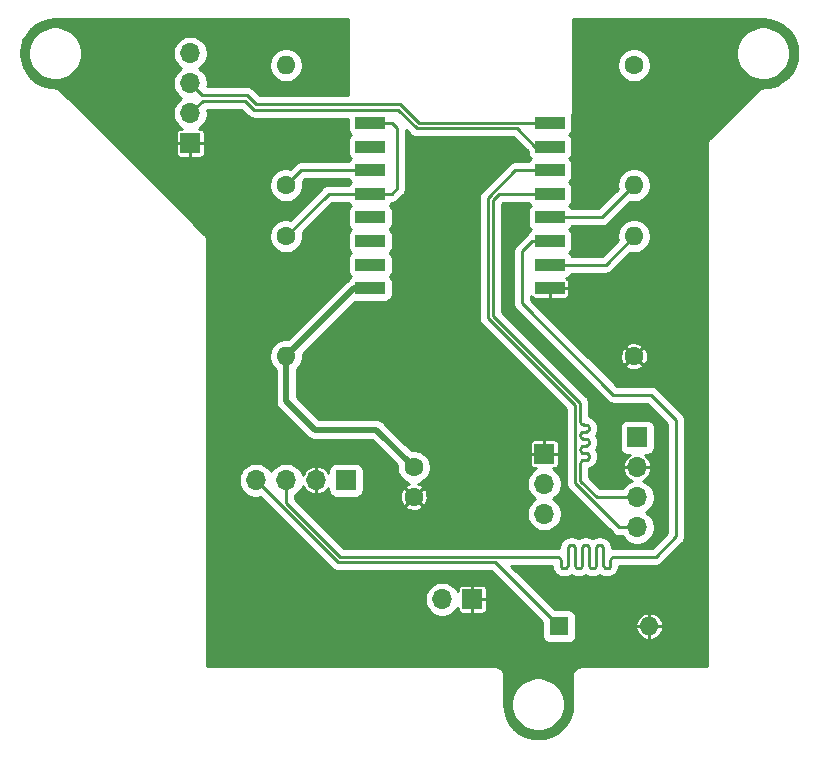
<source format=gbr>
%TF.GenerationSoftware,KiCad,Pcbnew,(5.1.10)-1*%
%TF.CreationDate,2021-08-16T10:46:03+02:00*%
%TF.ProjectId,feinstaub,6665696e-7374-4617-9562-2e6b69636164,rev?*%
%TF.SameCoordinates,Original*%
%TF.FileFunction,Copper,L1,Top*%
%TF.FilePolarity,Positive*%
%FSLAX46Y46*%
G04 Gerber Fmt 4.6, Leading zero omitted, Abs format (unit mm)*
G04 Created by KiCad (PCBNEW (5.1.10)-1) date 2021-08-16 10:46:03*
%MOMM*%
%LPD*%
G01*
G04 APERTURE LIST*
%TA.AperFunction,ComponentPad*%
%ADD10C,1.600000*%
%TD*%
%TA.AperFunction,ComponentPad*%
%ADD11O,1.700000X1.700000*%
%TD*%
%TA.AperFunction,ComponentPad*%
%ADD12R,1.700000X1.700000*%
%TD*%
%TA.AperFunction,SMDPad,CuDef*%
%ADD13R,2.500000X1.000000*%
%TD*%
%TA.AperFunction,ComponentPad*%
%ADD14O,1.600000X1.600000*%
%TD*%
%TA.AperFunction,ComponentPad*%
%ADD15R,1.600000X1.600000*%
%TD*%
%TA.AperFunction,Conductor*%
%ADD16C,0.500000*%
%TD*%
%TA.AperFunction,Conductor*%
%ADD17C,0.250000*%
%TD*%
%TA.AperFunction,Conductor*%
%ADD18C,0.100000*%
%TD*%
G04 APERTURE END LIST*
D10*
%TO.P,C1,2*%
%TO.N,GND*%
X140081000Y-104354000D03*
%TO.P,C1,1*%
%TO.N,+3V3*%
X140081000Y-101854000D03*
%TD*%
D11*
%TO.P,J2,4*%
%TO.N,SDS_TX*%
X159004000Y-106934000D03*
%TO.P,J2,3*%
%TO.N,SDS_RX*%
X159004000Y-104394000D03*
%TO.P,J2,2*%
%TO.N,GND*%
X159004000Y-101854000D03*
D12*
%TO.P,J2,1*%
%TO.N,VCC*%
X159004000Y-99314000D03*
%TD*%
D11*
%TO.P,U2,4*%
%TO.N,SDA*%
X126736000Y-102950000D03*
%TO.P,U2,3*%
%TO.N,SCL*%
X129276000Y-102950000D03*
%TO.P,U2,2*%
%TO.N,GND*%
X131816000Y-102950000D03*
D12*
%TO.P,U2,1*%
%TO.N,+3V3*%
X134356000Y-102950000D03*
%TD*%
D11*
%TO.P,J1,4*%
%TO.N,+3V3*%
X121158000Y-66802000D03*
%TO.P,J1,3*%
%TO.N,TXD*%
X121158000Y-69342000D03*
%TO.P,J1,2*%
%TO.N,RXD*%
X121158000Y-71882000D03*
D12*
%TO.P,J1,1*%
%TO.N,GND*%
X121158000Y-74422000D03*
%TD*%
D11*
%TO.P,U3,3*%
%TO.N,VCC*%
X151130000Y-105791000D03*
%TO.P,U3,2*%
%TO.N,+3V3*%
X151130000Y-103251000D03*
D12*
%TO.P,U3,1*%
%TO.N,GND*%
X151130000Y-100711000D03*
%TD*%
D13*
%TO.P,U1,22*%
%TO.N,TXD*%
X151618000Y-72700000D03*
%TO.P,U1,21*%
%TO.N,RXD*%
X151618000Y-74700000D03*
%TO.P,U1,20*%
%TO.N,SDS_TX*%
X151618000Y-76700000D03*
%TO.P,U1,19*%
%TO.N,SDS_RX*%
X151618000Y-78700000D03*
%TO.P,U1,18*%
%TO.N,SDA*%
X151618000Y-80700000D03*
%TO.P,U1,17*%
%TO.N,SCL*%
X151618000Y-82700000D03*
%TO.P,U1,16*%
%TO.N,Net-(R2-Pad2)*%
X151618000Y-84700000D03*
%TO.P,U1,15*%
%TO.N,GND*%
X151618000Y-86700000D03*
%TO.P,U1,8*%
%TO.N,+3V3*%
X136418000Y-86700000D03*
%TO.P,U1,7*%
%TO.N,Net-(U1-Pad7)*%
X136418000Y-84700000D03*
%TO.P,U1,6*%
%TO.N,Net-(U1-Pad6)*%
X136418000Y-82700000D03*
%TO.P,U1,5*%
%TO.N,Net-(U1-Pad5)*%
X136418000Y-80700000D03*
%TO.P,U1,4*%
%TO.N,RST*%
X136418000Y-78700000D03*
%TO.P,U1,3*%
%TO.N,Net-(R3-Pad1)*%
X136418000Y-76700000D03*
%TO.P,U1,2*%
%TO.N,Net-(U1-Pad2)*%
X136418000Y-74700000D03*
%TO.P,U1,1*%
%TO.N,RST*%
X136418000Y-72700000D03*
%TD*%
D14*
%TO.P,SW1,2*%
%TO.N,GND*%
X160020000Y-115316000D03*
D15*
%TO.P,SW1,1*%
%TO.N,SDA*%
X152400000Y-115316000D03*
%TD*%
D14*
%TO.P,R4,2*%
%TO.N,+3V3*%
X129286000Y-92456000D03*
D10*
%TO.P,R4,1*%
%TO.N,RST*%
X129286000Y-82296000D03*
%TD*%
D14*
%TO.P,R3,2*%
%TO.N,+3V3*%
X129286000Y-67818000D03*
D10*
%TO.P,R3,1*%
%TO.N,Net-(R3-Pad1)*%
X129286000Y-77978000D03*
%TD*%
D14*
%TO.P,R2,2*%
%TO.N,Net-(R2-Pad2)*%
X158750000Y-82296000D03*
D10*
%TO.P,R2,1*%
%TO.N,GND*%
X158750000Y-92456000D03*
%TD*%
D14*
%TO.P,R1,2*%
%TO.N,SDA*%
X158750000Y-77978000D03*
D10*
%TO.P,R1,1*%
%TO.N,+3V3*%
X158750000Y-67818000D03*
%TD*%
D11*
%TO.P,J3,2*%
%TO.N,VCC*%
X142494000Y-113030000D03*
D12*
%TO.P,J3,1*%
%TO.N,GND*%
X145034000Y-113030000D03*
%TD*%
D16*
%TO.N,+3V3*%
X135042000Y-86700000D02*
X129286000Y-92456000D01*
X136418000Y-86700000D02*
X135042000Y-86700000D01*
X140081000Y-101854000D02*
X136906000Y-98679000D01*
X136906000Y-98679000D02*
X131699000Y-98679000D01*
X129286000Y-96266000D02*
X129286000Y-92456000D01*
X131699000Y-98679000D02*
X129286000Y-96266000D01*
D17*
%TO.N,RXD*%
X121158000Y-71882000D02*
X122231990Y-70808010D01*
X125797600Y-70808010D02*
X126559600Y-71570010D01*
X122231990Y-70808010D02*
X125797600Y-70808010D01*
X138751600Y-71570010D02*
X140333590Y-73152000D01*
X126559600Y-71570010D02*
X138751600Y-71570010D01*
X140333590Y-73152000D02*
X148844000Y-73152000D01*
X150392000Y-74700000D02*
X151618000Y-74700000D01*
X148844000Y-73152000D02*
X150392000Y-74700000D01*
%TO.N,TXD*%
X151618000Y-72700000D02*
X140518000Y-72700000D01*
X140518000Y-72700000D02*
X138938000Y-71120000D01*
X138938000Y-71120000D02*
X126746000Y-71120000D01*
X126746000Y-71120000D02*
X125984000Y-70358000D01*
X122174000Y-70358000D02*
X121158000Y-69342000D01*
X125984000Y-70358000D02*
X122174000Y-70358000D01*
%TO.N,SDA*%
X156028000Y-80700000D02*
X158750000Y-77978000D01*
X151618000Y-80700000D02*
X156028000Y-80700000D01*
X152400000Y-115316000D02*
X146964400Y-109880400D01*
X133666400Y-109880400D02*
X126736000Y-102950000D01*
X146964400Y-109880400D02*
X133666400Y-109880400D01*
%TO.N,Net-(R2-Pad2)*%
X156346000Y-84700000D02*
X158750000Y-82296000D01*
X151618000Y-84700000D02*
X156346000Y-84700000D01*
%TO.N,Net-(R3-Pad1)*%
X130564000Y-76700000D02*
X136418000Y-76700000D01*
X129286000Y-77978000D02*
X130564000Y-76700000D01*
%TO.N,RST*%
X132882000Y-78700000D02*
X136418000Y-78700000D01*
X129286000Y-82296000D02*
X132882000Y-78700000D01*
X136418000Y-78700000D02*
X138216000Y-78700000D01*
X138216000Y-78700000D02*
X138684000Y-78232000D01*
X138684000Y-78232000D02*
X138684000Y-73152000D01*
X138232000Y-72700000D02*
X136418000Y-72700000D01*
X138684000Y-73152000D02*
X138232000Y-72700000D01*
%TO.N,SCL*%
X150118000Y-82700000D02*
X151618000Y-82700000D01*
X149250400Y-83567600D02*
X150118000Y-82700000D01*
X160172400Y-95707200D02*
X156972000Y-95707200D01*
X154336911Y-108673393D02*
X154359099Y-108609984D01*
X156559555Y-110390921D02*
X156616436Y-110355180D01*
X155359555Y-110390921D02*
X155416436Y-110355180D01*
X154299680Y-110250796D02*
X154321868Y-110187387D01*
X154863939Y-108553103D02*
X154899680Y-108609984D01*
X155529390Y-108740149D02*
X155536911Y-108673393D01*
X154159555Y-110390921D02*
X154216436Y-110355180D01*
X154216436Y-110355180D02*
X154263939Y-110307677D01*
X152594840Y-110307677D02*
X152642343Y-110355180D01*
X156759099Y-109600224D02*
X156794840Y-109543343D01*
X155099224Y-110390921D02*
X155162633Y-110413109D01*
X155642343Y-108505600D02*
X155699224Y-108469859D01*
X154816436Y-108505600D02*
X154863939Y-108553103D01*
X153962633Y-110413109D02*
X154029390Y-110420631D01*
X152229390Y-109430390D02*
X152296146Y-109437911D01*
X155162633Y-110413109D02*
X155229390Y-110420631D01*
X152296146Y-109437911D02*
X152359555Y-109460099D01*
X153729390Y-110120631D02*
X153736911Y-110187387D01*
X154921868Y-108673393D02*
X154929390Y-108740149D01*
X152762633Y-110413109D02*
X152829390Y-110420631D01*
X153729390Y-108740149D02*
X153729390Y-110120631D01*
X153899224Y-110390921D02*
X153962633Y-110413109D01*
X152463939Y-109543343D02*
X152499680Y-109600224D01*
X149250400Y-87985600D02*
X149250400Y-83567600D01*
X155529390Y-110120631D02*
X155529390Y-108740149D01*
X153721868Y-108673393D02*
X153729390Y-108740149D01*
X152499680Y-109600224D02*
X152521868Y-109663633D01*
X153559555Y-108469859D02*
X153616436Y-108505600D01*
X154263939Y-110307677D02*
X154299680Y-110250796D01*
X133852800Y-109430390D02*
X152229390Y-109430390D01*
X155499680Y-110250796D02*
X155521868Y-110187387D01*
X154329390Y-110120631D02*
X154329390Y-108740149D01*
X153016436Y-110355180D02*
X153063939Y-110307677D01*
X155296146Y-110413109D02*
X155359555Y-110390921D01*
X153842343Y-110355180D02*
X153899224Y-110390921D01*
X152559099Y-110250796D02*
X152594840Y-110307677D01*
X156616436Y-110355180D02*
X156663939Y-110307677D01*
X155594840Y-108553103D02*
X155642343Y-108505600D01*
X129276000Y-102950000D02*
X129276000Y-104853590D01*
X153242343Y-108505600D02*
X153299224Y-108469859D01*
X156016436Y-108505600D02*
X156063939Y-108553103D01*
X153699680Y-108609984D02*
X153721868Y-108673393D01*
X153194840Y-108553103D02*
X153242343Y-108505600D01*
X154394840Y-108553103D02*
X154442343Y-108505600D01*
X153299224Y-108469859D02*
X153362633Y-108447671D01*
X152529390Y-110120631D02*
X152536911Y-110187387D01*
X156159099Y-110250796D02*
X156194840Y-110307677D01*
X155762633Y-108447671D02*
X155829390Y-108440149D01*
X154029390Y-110420631D02*
X154096146Y-110413109D01*
X152529390Y-109730390D02*
X152529390Y-110120631D01*
X156962633Y-109437911D02*
X157029390Y-109430390D01*
X154929390Y-108740149D02*
X154929390Y-110120631D01*
X154359099Y-108609984D02*
X154394840Y-108553103D01*
X154959099Y-110250796D02*
X154994840Y-110307677D01*
X156721868Y-110187387D02*
X156729390Y-110120631D01*
X152829390Y-110420631D02*
X152896146Y-110413109D01*
X156729390Y-110120631D02*
X156729390Y-109730390D01*
X155521868Y-110187387D02*
X155529390Y-110120631D01*
X152536911Y-110187387D02*
X152559099Y-110250796D01*
X153759099Y-110250796D02*
X153794840Y-110307677D01*
X152416436Y-109495840D02*
X152463939Y-109543343D01*
X156362633Y-110413109D02*
X156429390Y-110420631D01*
X156099680Y-108609984D02*
X156121868Y-108673393D01*
X154096146Y-110413109D02*
X154159555Y-110390921D01*
X152359555Y-109460099D02*
X152416436Y-109495840D01*
X155896146Y-108447671D02*
X155959555Y-108469859D01*
X153794840Y-110307677D02*
X153842343Y-110355180D01*
X155536911Y-108673393D02*
X155559099Y-108609984D01*
X153121868Y-110187387D02*
X153129390Y-110120631D01*
X153663939Y-108553103D02*
X153699680Y-108609984D01*
X129276000Y-104853590D02*
X133852800Y-109430390D01*
X154994840Y-110307677D02*
X155042343Y-110355180D01*
X152642343Y-110355180D02*
X152699224Y-110390921D01*
X156136911Y-110187387D02*
X156159099Y-110250796D01*
X155829390Y-108440149D02*
X155896146Y-108447671D01*
X153616436Y-108505600D02*
X153663939Y-108553103D01*
X154562633Y-108447671D02*
X154629390Y-108440149D01*
X152699224Y-110390921D02*
X152762633Y-110413109D01*
X155416436Y-110355180D02*
X155463939Y-110307677D01*
X153429390Y-108440149D02*
X153496146Y-108447671D01*
X152959555Y-110390921D02*
X153016436Y-110355180D01*
X152521868Y-109663633D02*
X152529390Y-109730390D01*
X154499224Y-108469859D02*
X154562633Y-108447671D01*
X156972000Y-95707200D02*
X149250400Y-87985600D01*
X155229390Y-110420631D02*
X155296146Y-110413109D01*
X154442343Y-108505600D02*
X154499224Y-108469859D01*
X153063939Y-110307677D02*
X153099680Y-110250796D01*
X156063939Y-108553103D02*
X156099680Y-108609984D01*
X153099680Y-110250796D02*
X153121868Y-110187387D01*
X156663939Y-110307677D02*
X156699680Y-110250796D01*
X155959555Y-108469859D02*
X156016436Y-108505600D01*
X156242343Y-110355180D02*
X156299224Y-110390921D01*
X152896146Y-110413109D02*
X152959555Y-110390921D01*
X154329390Y-108740149D02*
X154336911Y-108673393D01*
X153129390Y-110120631D02*
X153129390Y-108740149D01*
X157029390Y-109430390D02*
X160571610Y-109430390D01*
X154759555Y-108469859D02*
X154816436Y-108505600D01*
X154321868Y-110187387D02*
X154329390Y-110120631D01*
X153496146Y-108447671D02*
X153559555Y-108469859D01*
X153129390Y-108740149D02*
X153136911Y-108673393D01*
X156299224Y-110390921D02*
X156362633Y-110413109D01*
X155559099Y-108609984D02*
X155594840Y-108553103D01*
X156129390Y-110120631D02*
X156136911Y-110187387D01*
X153362633Y-108447671D02*
X153429390Y-108440149D01*
X153136911Y-108673393D02*
X153159099Y-108609984D01*
X156899224Y-109460099D02*
X156962633Y-109437911D01*
X154899680Y-108609984D02*
X154921868Y-108673393D01*
X162306000Y-97840800D02*
X160172400Y-95707200D01*
X153736911Y-110187387D02*
X153759099Y-110250796D01*
X153159099Y-108609984D02*
X153194840Y-108553103D01*
X162306000Y-107696000D02*
X162306000Y-97840800D01*
X154929390Y-110120631D02*
X154936911Y-110187387D01*
X154629390Y-108440149D02*
X154696146Y-108447671D01*
X154696146Y-108447671D02*
X154759555Y-108469859D01*
X156729390Y-109730390D02*
X156736911Y-109663633D01*
X154936911Y-110187387D02*
X154959099Y-110250796D01*
X160571610Y-109430390D02*
X162306000Y-107696000D01*
X155042343Y-110355180D02*
X155099224Y-110390921D01*
X156129390Y-108740149D02*
X156129390Y-110120631D01*
X155463939Y-110307677D02*
X155499680Y-110250796D01*
X155699224Y-108469859D02*
X155762633Y-108447671D01*
X156699680Y-110250796D02*
X156721868Y-110187387D01*
X156736911Y-109663633D02*
X156759099Y-109600224D01*
X156121868Y-108673393D02*
X156129390Y-108740149D01*
X156429390Y-110420631D02*
X156496146Y-110413109D01*
X156194840Y-110307677D02*
X156242343Y-110355180D01*
X156496146Y-110413109D02*
X156559555Y-110390921D01*
X156794840Y-109543343D02*
X156842343Y-109495840D01*
X156842343Y-109495840D02*
X156899224Y-109460099D01*
%TO.N,SDS_RX*%
X148630000Y-78700000D02*
X151618000Y-78700000D01*
X147336010Y-78700000D02*
X148630000Y-78700000D01*
X146804810Y-79231200D02*
X147336010Y-78700000D01*
X146804810Y-89018400D02*
X146804810Y-79231200D01*
X154177999Y-96391589D02*
X146804810Y-89018400D01*
X154178000Y-97786503D02*
X154177999Y-96391589D01*
X154177999Y-97936500D02*
X154178000Y-97786503D01*
X154177996Y-97936498D02*
X154177999Y-97936500D01*
X154185518Y-98003254D02*
X154177996Y-97936498D01*
X154207706Y-98066663D02*
X154185518Y-98003254D01*
X154243447Y-98123545D02*
X154207706Y-98066663D01*
X154411240Y-98228976D02*
X154347831Y-98206788D01*
X154477997Y-98236498D02*
X154411240Y-98228976D01*
X154767516Y-98266207D02*
X154704107Y-98244019D01*
X154871900Y-98349451D02*
X154824397Y-98301948D01*
X154929829Y-98469741D02*
X154907641Y-98406332D01*
X154937351Y-98536498D02*
X154929829Y-98469741D01*
X154907642Y-98666664D02*
X154929830Y-98603255D01*
X154704108Y-98828977D02*
X154767517Y-98806789D01*
X154637352Y-98836498D02*
X154704108Y-98828977D01*
X154477999Y-98836499D02*
X154637352Y-98836498D01*
X154347834Y-98866209D02*
X154411243Y-98844021D01*
X154243450Y-98949453D02*
X154290953Y-98901950D01*
X154185521Y-99069743D02*
X154207709Y-99006334D01*
X154178000Y-99136500D02*
X154185521Y-99069743D01*
X154177996Y-99136498D02*
X154178000Y-99136500D01*
X154185518Y-99203254D02*
X154177996Y-99136498D01*
X154207706Y-99266663D02*
X154185518Y-99203254D01*
X154477997Y-100636498D02*
X154411240Y-100628976D01*
X154637350Y-100636498D02*
X154477997Y-100636498D01*
X154704107Y-100644019D02*
X154637350Y-100636498D01*
X154824398Y-101171048D02*
X154871901Y-101123545D01*
X154411243Y-98844021D02*
X154477999Y-98836499D01*
X154767516Y-100666207D02*
X154704107Y-100644019D01*
X154824397Y-100701948D02*
X154767516Y-100666207D01*
X154185521Y-101469743D02*
X154207709Y-101406334D01*
X154937351Y-100936498D02*
X154929829Y-100869741D01*
X154290950Y-99371047D02*
X154243447Y-99323545D01*
X154871901Y-101123545D02*
X154907642Y-101066664D01*
X154347831Y-99406788D02*
X154290950Y-99371047D01*
X154871900Y-100749451D02*
X154824397Y-100701948D01*
X154704107Y-98244019D02*
X154637350Y-98236498D01*
X159004000Y-104394000D02*
X155576410Y-104394000D01*
X154767517Y-101206789D02*
X154824398Y-101171048D01*
X154207709Y-99006334D02*
X154243450Y-98949453D01*
X154347831Y-100606788D02*
X154290950Y-100571047D01*
X154178000Y-101536500D02*
X154185521Y-101469743D01*
X154411240Y-100628976D02*
X154347831Y-100606788D01*
X154207709Y-101406334D02*
X154243450Y-101349453D01*
X154477999Y-101236499D02*
X154637352Y-101236498D01*
X154929830Y-98603255D02*
X154937351Y-98536498D01*
X154411243Y-101244021D02*
X154477999Y-101236499D01*
X154290953Y-101301950D02*
X154347834Y-101266209D01*
X154824397Y-99501948D02*
X154767516Y-99466207D01*
X154929829Y-100869741D02*
X154907641Y-100806332D01*
X154637350Y-98236498D02*
X154477997Y-98236498D01*
X154929830Y-101003255D02*
X154937351Y-100936498D01*
X154704108Y-101228977D02*
X154767517Y-101206789D01*
X154767517Y-98806789D02*
X154824398Y-98771048D01*
X154290950Y-100571047D02*
X154243447Y-100523545D01*
X154704108Y-100028977D02*
X154767517Y-100006789D01*
X154871901Y-98723545D02*
X154907642Y-98666664D01*
X154243447Y-100523545D02*
X154207706Y-100466663D01*
X154637352Y-100036498D02*
X154704108Y-100028977D01*
X154178000Y-102995590D02*
X154178000Y-101536500D01*
X154207706Y-100466663D02*
X154185518Y-100403254D01*
X154290953Y-98901950D02*
X154347834Y-98866209D01*
X154185518Y-100403254D02*
X154177996Y-100336498D01*
X154477997Y-99436498D02*
X154411240Y-99428976D01*
X154178000Y-100336500D02*
X154185521Y-100269743D01*
X154347831Y-98206788D02*
X154290950Y-98171047D01*
X154185521Y-100269743D02*
X154207709Y-100206334D01*
X154243447Y-99323545D02*
X154207706Y-99266663D01*
X154207709Y-100206334D02*
X154243450Y-100149453D01*
X154824398Y-98771048D02*
X154871901Y-98723545D01*
X154907642Y-101066664D02*
X154929830Y-101003255D01*
X154871900Y-99549451D02*
X154824397Y-99501948D01*
X154243450Y-101349453D02*
X154290953Y-101301950D01*
X154929829Y-99669741D02*
X154907641Y-99606332D01*
X154243450Y-100149453D02*
X154290953Y-100101950D01*
X154290950Y-98171047D02*
X154243447Y-98123545D01*
X154907641Y-99606332D02*
X154871900Y-99549451D01*
X154290953Y-100101950D02*
X154347834Y-100066209D01*
X155576410Y-104394000D02*
X154178000Y-102995590D01*
X154347834Y-100066209D02*
X154411243Y-100044021D01*
X154824397Y-98301948D02*
X154767516Y-98266207D01*
X154347834Y-101266209D02*
X154411243Y-101244021D01*
X154177996Y-100336498D02*
X154178000Y-100336500D01*
X154937351Y-99736498D02*
X154929829Y-99669741D01*
X154477999Y-100036499D02*
X154637352Y-100036498D01*
X154767517Y-100006789D02*
X154824398Y-99971048D01*
X154824398Y-99971048D02*
X154871901Y-99923545D01*
X154871901Y-99923545D02*
X154907642Y-99866664D01*
X154907642Y-99866664D02*
X154929830Y-99803255D01*
X154929830Y-99803255D02*
X154937351Y-99736498D01*
X154907641Y-98406332D02*
X154871900Y-98349451D01*
X154907641Y-100806332D02*
X154871900Y-100749451D01*
X154767516Y-99466207D02*
X154704107Y-99444019D01*
X154637352Y-101236498D02*
X154704108Y-101228977D01*
X154704107Y-99444019D02*
X154637350Y-99436498D01*
X154637350Y-99436498D02*
X154477997Y-99436498D01*
X154411243Y-100044021D02*
X154477999Y-100036499D01*
X154411240Y-99428976D02*
X154347831Y-99406788D01*
%TO.N,SDS_TX*%
X157480000Y-106934000D02*
X159004000Y-106934000D01*
X153727990Y-103181990D02*
X157480000Y-106934000D01*
X153727990Y-96577990D02*
X153727990Y-103181990D01*
X146354800Y-89204800D02*
X153727990Y-96577990D01*
X148699600Y-76700000D02*
X146354800Y-79044800D01*
X146354800Y-79044800D02*
X146354800Y-89204800D01*
X151618000Y-76700000D02*
X148699600Y-76700000D01*
%TD*%
%TO.N,GND*%
X134495000Y-70362000D02*
X127059973Y-70362000D01*
X126546323Y-69848351D01*
X126522580Y-69819420D01*
X126407160Y-69724697D01*
X126275477Y-69654311D01*
X126132594Y-69610968D01*
X126021232Y-69600000D01*
X125984000Y-69596333D01*
X125946768Y-69600000D01*
X122618735Y-69600000D01*
X122641000Y-69488063D01*
X122641000Y-69195937D01*
X122584010Y-68909425D01*
X122472218Y-68639536D01*
X122309922Y-68396642D01*
X122103358Y-68190078D01*
X121926641Y-68072000D01*
X122103358Y-67953922D01*
X122309922Y-67747358D01*
X122357025Y-67676862D01*
X127853000Y-67676862D01*
X127853000Y-67959138D01*
X127908069Y-68235991D01*
X128016092Y-68496780D01*
X128172916Y-68731484D01*
X128372516Y-68931084D01*
X128607220Y-69087908D01*
X128868009Y-69195931D01*
X129144862Y-69251000D01*
X129427138Y-69251000D01*
X129703991Y-69195931D01*
X129964780Y-69087908D01*
X130199484Y-68931084D01*
X130399084Y-68731484D01*
X130555908Y-68496780D01*
X130663931Y-68235991D01*
X130719000Y-67959138D01*
X130719000Y-67676862D01*
X130663931Y-67400009D01*
X130555908Y-67139220D01*
X130399084Y-66904516D01*
X130199484Y-66704916D01*
X129964780Y-66548092D01*
X129703991Y-66440069D01*
X129427138Y-66385000D01*
X129144862Y-66385000D01*
X128868009Y-66440069D01*
X128607220Y-66548092D01*
X128372516Y-66704916D01*
X128172916Y-66904516D01*
X128016092Y-67139220D01*
X127908069Y-67400009D01*
X127853000Y-67676862D01*
X122357025Y-67676862D01*
X122472218Y-67504464D01*
X122584010Y-67234575D01*
X122641000Y-66948063D01*
X122641000Y-66655937D01*
X122584010Y-66369425D01*
X122472218Y-66099536D01*
X122309922Y-65856642D01*
X122103358Y-65650078D01*
X121860464Y-65487782D01*
X121590575Y-65375990D01*
X121304063Y-65319000D01*
X121011937Y-65319000D01*
X120725425Y-65375990D01*
X120455536Y-65487782D01*
X120212642Y-65650078D01*
X120006078Y-65856642D01*
X119843782Y-66099536D01*
X119731990Y-66369425D01*
X119675000Y-66655937D01*
X119675000Y-66948063D01*
X119731990Y-67234575D01*
X119843782Y-67504464D01*
X120006078Y-67747358D01*
X120212642Y-67953922D01*
X120389359Y-68072000D01*
X120212642Y-68190078D01*
X120006078Y-68396642D01*
X119843782Y-68639536D01*
X119731990Y-68909425D01*
X119675000Y-69195937D01*
X119675000Y-69488063D01*
X119731990Y-69774575D01*
X119843782Y-70044464D01*
X120006078Y-70287358D01*
X120212642Y-70493922D01*
X120389359Y-70612000D01*
X120212642Y-70730078D01*
X120006078Y-70936642D01*
X119843782Y-71179536D01*
X119731990Y-71449425D01*
X119675000Y-71735937D01*
X119675000Y-72028063D01*
X119731990Y-72314575D01*
X119843782Y-72584464D01*
X120006078Y-72827358D01*
X120212642Y-73033922D01*
X120448487Y-73191508D01*
X120308000Y-73191166D01*
X120233703Y-73198484D01*
X120162261Y-73220155D01*
X120096420Y-73255348D01*
X120038710Y-73302710D01*
X119991348Y-73360420D01*
X119956155Y-73426261D01*
X119934484Y-73497703D01*
X119927166Y-73572000D01*
X119929000Y-74325250D01*
X120023750Y-74420000D01*
X121156000Y-74420000D01*
X121156000Y-74400000D01*
X121160000Y-74400000D01*
X121160000Y-74420000D01*
X122292250Y-74420000D01*
X122387000Y-74325250D01*
X122388834Y-73572000D01*
X122381516Y-73497703D01*
X122359845Y-73426261D01*
X122324652Y-73360420D01*
X122277290Y-73302710D01*
X122219580Y-73255348D01*
X122153739Y-73220155D01*
X122082297Y-73198484D01*
X122008000Y-73191166D01*
X121867513Y-73191508D01*
X122103358Y-73033922D01*
X122309922Y-72827358D01*
X122472218Y-72584464D01*
X122584010Y-72314575D01*
X122641000Y-72028063D01*
X122641000Y-71735937D01*
X122607200Y-71566010D01*
X125483627Y-71566010D01*
X125997285Y-72079669D01*
X126021020Y-72108590D01*
X126136440Y-72203313D01*
X126268123Y-72273699D01*
X126411006Y-72317042D01*
X126559600Y-72331677D01*
X126596832Y-72328010D01*
X134531938Y-72328010D01*
X134531938Y-73200000D01*
X134544160Y-73324090D01*
X134580355Y-73443410D01*
X134639134Y-73553377D01*
X134718236Y-73649764D01*
X134779449Y-73700000D01*
X134718236Y-73750236D01*
X134639134Y-73846623D01*
X134580355Y-73956590D01*
X134544160Y-74075910D01*
X134531938Y-74200000D01*
X134531938Y-75200000D01*
X134544160Y-75324090D01*
X134580355Y-75443410D01*
X134639134Y-75553377D01*
X134718236Y-75649764D01*
X134779449Y-75700000D01*
X134718236Y-75750236D01*
X134639134Y-75846623D01*
X134588154Y-75942000D01*
X130601232Y-75942000D01*
X130564000Y-75938333D01*
X130526768Y-75942000D01*
X130415406Y-75952968D01*
X130272523Y-75996311D01*
X130140840Y-76066697D01*
X130025420Y-76161420D01*
X130001681Y-76190346D01*
X129610546Y-76581482D01*
X129427138Y-76545000D01*
X129144862Y-76545000D01*
X128868009Y-76600069D01*
X128607220Y-76708092D01*
X128372516Y-76864916D01*
X128172916Y-77064516D01*
X128016092Y-77299220D01*
X127908069Y-77560009D01*
X127853000Y-77836862D01*
X127853000Y-78119138D01*
X127908069Y-78395991D01*
X128016092Y-78656780D01*
X128172916Y-78891484D01*
X128372516Y-79091084D01*
X128607220Y-79247908D01*
X128868009Y-79355931D01*
X129144862Y-79411000D01*
X129427138Y-79411000D01*
X129703991Y-79355931D01*
X129964780Y-79247908D01*
X130199484Y-79091084D01*
X130399084Y-78891484D01*
X130555908Y-78656780D01*
X130663931Y-78395991D01*
X130719000Y-78119138D01*
X130719000Y-77836862D01*
X130682518Y-77653454D01*
X130877973Y-77458000D01*
X134588154Y-77458000D01*
X134639134Y-77553377D01*
X134718236Y-77649764D01*
X134779449Y-77700000D01*
X134718236Y-77750236D01*
X134639134Y-77846623D01*
X134588154Y-77942000D01*
X132919232Y-77942000D01*
X132882000Y-77938333D01*
X132844768Y-77942000D01*
X132733406Y-77952968D01*
X132590523Y-77996311D01*
X132458840Y-78066697D01*
X132343420Y-78161420D01*
X132319681Y-78190346D01*
X129610546Y-80899482D01*
X129427138Y-80863000D01*
X129144862Y-80863000D01*
X128868009Y-80918069D01*
X128607220Y-81026092D01*
X128372516Y-81182916D01*
X128172916Y-81382516D01*
X128016092Y-81617220D01*
X127908069Y-81878009D01*
X127853000Y-82154862D01*
X127853000Y-82437138D01*
X127908069Y-82713991D01*
X128016092Y-82974780D01*
X128172916Y-83209484D01*
X128372516Y-83409084D01*
X128607220Y-83565908D01*
X128868009Y-83673931D01*
X129144862Y-83729000D01*
X129427138Y-83729000D01*
X129703991Y-83673931D01*
X129964780Y-83565908D01*
X130199484Y-83409084D01*
X130399084Y-83209484D01*
X130555908Y-82974780D01*
X130663931Y-82713991D01*
X130719000Y-82437138D01*
X130719000Y-82154862D01*
X130682518Y-81971454D01*
X133195973Y-79458000D01*
X134588154Y-79458000D01*
X134639134Y-79553377D01*
X134718236Y-79649764D01*
X134779449Y-79700000D01*
X134718236Y-79750236D01*
X134639134Y-79846623D01*
X134580355Y-79956590D01*
X134544160Y-80075910D01*
X134531938Y-80200000D01*
X134531938Y-81200000D01*
X134544160Y-81324090D01*
X134580355Y-81443410D01*
X134639134Y-81553377D01*
X134718236Y-81649764D01*
X134779449Y-81700000D01*
X134718236Y-81750236D01*
X134639134Y-81846623D01*
X134580355Y-81956590D01*
X134544160Y-82075910D01*
X134531938Y-82200000D01*
X134531938Y-83200000D01*
X134544160Y-83324090D01*
X134580355Y-83443410D01*
X134639134Y-83553377D01*
X134718236Y-83649764D01*
X134779449Y-83700000D01*
X134718236Y-83750236D01*
X134639134Y-83846623D01*
X134580355Y-83956590D01*
X134544160Y-84075910D01*
X134531938Y-84200000D01*
X134531938Y-85200000D01*
X134544160Y-85324090D01*
X134580355Y-85443410D01*
X134639134Y-85553377D01*
X134718236Y-85649764D01*
X134779449Y-85700000D01*
X134718236Y-85750236D01*
X134639134Y-85846623D01*
X134588630Y-85941109D01*
X134549058Y-85962260D01*
X134414604Y-86072604D01*
X134386956Y-86106293D01*
X129463098Y-91030153D01*
X129427138Y-91023000D01*
X129144862Y-91023000D01*
X128868009Y-91078069D01*
X128607220Y-91186092D01*
X128372516Y-91342916D01*
X128172916Y-91542516D01*
X128016092Y-91777220D01*
X127908069Y-92038009D01*
X127853000Y-92314862D01*
X127853000Y-92597138D01*
X127908069Y-92873991D01*
X128016092Y-93134780D01*
X128172916Y-93369484D01*
X128372516Y-93569084D01*
X128403001Y-93589453D01*
X128403000Y-96222634D01*
X128398729Y-96266000D01*
X128403000Y-96309366D01*
X128403000Y-96309372D01*
X128407431Y-96354357D01*
X128414822Y-96429396D01*
X128415777Y-96439097D01*
X128466268Y-96605543D01*
X128548260Y-96758941D01*
X128658604Y-96893396D01*
X128692304Y-96921053D01*
X131043954Y-99272705D01*
X131071604Y-99306396D01*
X131206058Y-99416740D01*
X131359456Y-99498732D01*
X131460192Y-99529290D01*
X131525901Y-99549223D01*
X131536857Y-99550302D01*
X131655627Y-99562000D01*
X131655633Y-99562000D01*
X131698999Y-99566271D01*
X131742365Y-99562000D01*
X136540251Y-99562000D01*
X138655153Y-101676902D01*
X138648000Y-101712862D01*
X138648000Y-101995138D01*
X138703069Y-102271991D01*
X138811092Y-102532780D01*
X138967916Y-102767484D01*
X139167516Y-102967084D01*
X139402220Y-103123908D01*
X139663009Y-103231931D01*
X139690904Y-103237480D01*
X139669079Y-103243214D01*
X139460291Y-103344920D01*
X139386268Y-103394380D01*
X139311701Y-103581873D01*
X140081000Y-104351172D01*
X140850299Y-103581873D01*
X140775732Y-103394380D01*
X140575171Y-103277284D01*
X140463905Y-103238910D01*
X140498991Y-103231931D01*
X140759780Y-103123908D01*
X140788172Y-103104937D01*
X149647000Y-103104937D01*
X149647000Y-103397063D01*
X149703990Y-103683575D01*
X149815782Y-103953464D01*
X149978078Y-104196358D01*
X150184642Y-104402922D01*
X150361359Y-104521000D01*
X150184642Y-104639078D01*
X149978078Y-104845642D01*
X149815782Y-105088536D01*
X149703990Y-105358425D01*
X149647000Y-105644937D01*
X149647000Y-105937063D01*
X149703990Y-106223575D01*
X149815782Y-106493464D01*
X149978078Y-106736358D01*
X150184642Y-106942922D01*
X150427536Y-107105218D01*
X150697425Y-107217010D01*
X150983937Y-107274000D01*
X151276063Y-107274000D01*
X151562575Y-107217010D01*
X151832464Y-107105218D01*
X152075358Y-106942922D01*
X152281922Y-106736358D01*
X152444218Y-106493464D01*
X152556010Y-106223575D01*
X152613000Y-105937063D01*
X152613000Y-105644937D01*
X152556010Y-105358425D01*
X152444218Y-105088536D01*
X152281922Y-104845642D01*
X152075358Y-104639078D01*
X151898641Y-104521000D01*
X152075358Y-104402922D01*
X152281922Y-104196358D01*
X152444218Y-103953464D01*
X152556010Y-103683575D01*
X152613000Y-103397063D01*
X152613000Y-103104937D01*
X152556010Y-102818425D01*
X152444218Y-102548536D01*
X152281922Y-102305642D01*
X152075358Y-102099078D01*
X151839513Y-101941492D01*
X151980000Y-101941834D01*
X152054297Y-101934516D01*
X152125739Y-101912845D01*
X152191580Y-101877652D01*
X152249290Y-101830290D01*
X152296652Y-101772580D01*
X152331845Y-101706739D01*
X152353516Y-101635297D01*
X152360834Y-101561000D01*
X152359000Y-100807750D01*
X152264250Y-100713000D01*
X151132000Y-100713000D01*
X151132000Y-100733000D01*
X151128000Y-100733000D01*
X151128000Y-100713000D01*
X149995750Y-100713000D01*
X149901000Y-100807750D01*
X149899166Y-101561000D01*
X149906484Y-101635297D01*
X149928155Y-101706739D01*
X149963348Y-101772580D01*
X150010710Y-101830290D01*
X150068420Y-101877652D01*
X150134261Y-101912845D01*
X150205703Y-101934516D01*
X150280000Y-101941834D01*
X150420487Y-101941492D01*
X150184642Y-102099078D01*
X149978078Y-102305642D01*
X149815782Y-102548536D01*
X149703990Y-102818425D01*
X149647000Y-103104937D01*
X140788172Y-103104937D01*
X140994484Y-102967084D01*
X141194084Y-102767484D01*
X141350908Y-102532780D01*
X141458931Y-102271991D01*
X141514000Y-101995138D01*
X141514000Y-101712862D01*
X141458931Y-101436009D01*
X141350908Y-101175220D01*
X141194084Y-100940516D01*
X140994484Y-100740916D01*
X140759780Y-100584092D01*
X140498991Y-100476069D01*
X140222138Y-100421000D01*
X139939862Y-100421000D01*
X139903902Y-100428153D01*
X139336749Y-99861000D01*
X149899166Y-99861000D01*
X149901000Y-100614250D01*
X149995750Y-100709000D01*
X151128000Y-100709000D01*
X151128000Y-99576750D01*
X151132000Y-99576750D01*
X151132000Y-100709000D01*
X152264250Y-100709000D01*
X152359000Y-100614250D01*
X152360834Y-99861000D01*
X152353516Y-99786703D01*
X152331845Y-99715261D01*
X152296652Y-99649420D01*
X152249290Y-99591710D01*
X152191580Y-99544348D01*
X152125739Y-99509155D01*
X152054297Y-99487484D01*
X151980000Y-99480166D01*
X151226750Y-99482000D01*
X151132000Y-99576750D01*
X151128000Y-99576750D01*
X151033250Y-99482000D01*
X150280000Y-99480166D01*
X150205703Y-99487484D01*
X150134261Y-99509155D01*
X150068420Y-99544348D01*
X150010710Y-99591710D01*
X149963348Y-99649420D01*
X149928155Y-99715261D01*
X149906484Y-99786703D01*
X149899166Y-99861000D01*
X139336749Y-99861000D01*
X137561053Y-98085304D01*
X137533396Y-98051604D01*
X137398942Y-97941260D01*
X137245544Y-97859268D01*
X137079098Y-97808777D01*
X136949373Y-97796000D01*
X136949366Y-97796000D01*
X136906000Y-97791729D01*
X136862634Y-97796000D01*
X132064751Y-97796000D01*
X130169000Y-95900251D01*
X130169000Y-93589453D01*
X130199484Y-93569084D01*
X130399084Y-93369484D01*
X130555908Y-93134780D01*
X130663931Y-92873991D01*
X130719000Y-92597138D01*
X130719000Y-92314862D01*
X130711847Y-92278902D01*
X135155882Y-87834868D01*
X135168000Y-87836062D01*
X137668000Y-87836062D01*
X137792090Y-87823840D01*
X137911410Y-87787645D01*
X138021377Y-87728866D01*
X138117764Y-87649764D01*
X138196866Y-87553377D01*
X138255645Y-87443410D01*
X138291840Y-87324090D01*
X138304062Y-87200000D01*
X138304062Y-86200000D01*
X138291840Y-86075910D01*
X138255645Y-85956590D01*
X138196866Y-85846623D01*
X138117764Y-85750236D01*
X138056551Y-85700000D01*
X138117764Y-85649764D01*
X138196866Y-85553377D01*
X138255645Y-85443410D01*
X138291840Y-85324090D01*
X138304062Y-85200000D01*
X138304062Y-84200000D01*
X138291840Y-84075910D01*
X138255645Y-83956590D01*
X138196866Y-83846623D01*
X138117764Y-83750236D01*
X138056551Y-83700000D01*
X138117764Y-83649764D01*
X138196866Y-83553377D01*
X138255645Y-83443410D01*
X138291840Y-83324090D01*
X138304062Y-83200000D01*
X138304062Y-82200000D01*
X138291840Y-82075910D01*
X138255645Y-81956590D01*
X138196866Y-81846623D01*
X138117764Y-81750236D01*
X138056551Y-81700000D01*
X138117764Y-81649764D01*
X138196866Y-81553377D01*
X138255645Y-81443410D01*
X138291840Y-81324090D01*
X138304062Y-81200000D01*
X138304062Y-80200000D01*
X138291840Y-80075910D01*
X138255645Y-79956590D01*
X138196866Y-79846623D01*
X138117764Y-79750236D01*
X138056551Y-79700000D01*
X138117764Y-79649764D01*
X138196866Y-79553377D01*
X138247547Y-79458560D01*
X138253232Y-79458000D01*
X138364594Y-79447032D01*
X138507477Y-79403689D01*
X138639160Y-79333303D01*
X138754580Y-79238580D01*
X138778324Y-79209648D01*
X139193649Y-78794323D01*
X139222580Y-78770580D01*
X139317303Y-78655160D01*
X139387689Y-78523477D01*
X139431032Y-78380594D01*
X139442000Y-78269232D01*
X139442000Y-78269231D01*
X139445667Y-78232000D01*
X139442000Y-78194768D01*
X139442000Y-73332384D01*
X139771275Y-73661659D01*
X139795010Y-73690580D01*
X139910430Y-73785303D01*
X140042113Y-73855689D01*
X140184996Y-73899032D01*
X140333590Y-73913667D01*
X140370822Y-73910000D01*
X148530028Y-73910000D01*
X149731938Y-75111912D01*
X149731938Y-75200000D01*
X149744160Y-75324090D01*
X149780355Y-75443410D01*
X149839134Y-75553377D01*
X149918236Y-75649764D01*
X149979449Y-75700000D01*
X149918236Y-75750236D01*
X149839134Y-75846623D01*
X149788154Y-75942000D01*
X148736832Y-75942000D01*
X148699600Y-75938333D01*
X148662368Y-75942000D01*
X148551006Y-75952968D01*
X148408123Y-75996311D01*
X148276440Y-76066697D01*
X148161020Y-76161420D01*
X148137281Y-76190346D01*
X145845152Y-78482476D01*
X145816220Y-78506220D01*
X145721497Y-78621641D01*
X145651111Y-78753324D01*
X145634513Y-78808041D01*
X145607768Y-78896207D01*
X145593133Y-79044800D01*
X145596800Y-79082032D01*
X145596801Y-89167558D01*
X145593133Y-89204800D01*
X145607768Y-89353393D01*
X145634514Y-89441560D01*
X145651112Y-89496277D01*
X145721498Y-89627960D01*
X145816221Y-89743380D01*
X145845147Y-89767119D01*
X152969990Y-96891964D01*
X152969991Y-103144748D01*
X152966323Y-103181990D01*
X152980958Y-103330583D01*
X153024302Y-103473467D01*
X153088651Y-103593855D01*
X153094688Y-103605150D01*
X153189411Y-103720570D01*
X153218337Y-103744309D01*
X156917685Y-107443659D01*
X156941420Y-107472580D01*
X157056840Y-107567303D01*
X157188523Y-107637689D01*
X157331406Y-107681032D01*
X157442768Y-107692000D01*
X157442777Y-107692000D01*
X157479999Y-107695666D01*
X157517221Y-107692000D01*
X157726890Y-107692000D01*
X157852078Y-107879358D01*
X158058642Y-108085922D01*
X158301536Y-108248218D01*
X158571425Y-108360010D01*
X158857937Y-108417000D01*
X159150063Y-108417000D01*
X159436575Y-108360010D01*
X159706464Y-108248218D01*
X159949358Y-108085922D01*
X160155922Y-107879358D01*
X160318218Y-107636464D01*
X160430010Y-107366575D01*
X160487000Y-107080063D01*
X160487000Y-106787937D01*
X160430010Y-106501425D01*
X160318218Y-106231536D01*
X160155922Y-105988642D01*
X159949358Y-105782078D01*
X159772641Y-105664000D01*
X159949358Y-105545922D01*
X160155922Y-105339358D01*
X160318218Y-105096464D01*
X160430010Y-104826575D01*
X160487000Y-104540063D01*
X160487000Y-104247937D01*
X160430010Y-103961425D01*
X160318218Y-103691536D01*
X160155922Y-103448642D01*
X159949358Y-103242078D01*
X159706464Y-103079782D01*
X159476254Y-102984426D01*
X159647855Y-102900848D01*
X159839713Y-102755123D01*
X159999455Y-102574769D01*
X160120943Y-102366716D01*
X160199507Y-102138960D01*
X160217554Y-102048233D01*
X160138248Y-101856000D01*
X159006000Y-101856000D01*
X159006000Y-101876000D01*
X159002000Y-101876000D01*
X159002000Y-101856000D01*
X157869752Y-101856000D01*
X157790446Y-102048233D01*
X157808493Y-102138960D01*
X157887057Y-102366716D01*
X158008545Y-102574769D01*
X158168287Y-102755123D01*
X158360145Y-102900848D01*
X158531746Y-102984426D01*
X158301536Y-103079782D01*
X158058642Y-103242078D01*
X157852078Y-103448642D01*
X157726890Y-103636000D01*
X155890384Y-103636000D01*
X154936000Y-102681618D01*
X154936000Y-101954418D01*
X154979547Y-101935661D01*
X154992778Y-101931031D01*
X155039146Y-101918374D01*
X155096437Y-101889788D01*
X155154503Y-101862821D01*
X155193307Y-101834461D01*
X155205169Y-101827008D01*
X155247557Y-101804351D01*
X155297045Y-101763737D01*
X155347663Y-101724519D01*
X155379187Y-101688232D01*
X155389083Y-101678335D01*
X155425372Y-101646810D01*
X155464589Y-101596192D01*
X155505203Y-101546704D01*
X155527857Y-101504321D01*
X155535314Y-101492454D01*
X155563674Y-101453650D01*
X155590641Y-101395584D01*
X155619227Y-101338293D01*
X155631884Y-101291925D01*
X155636513Y-101278696D01*
X155655529Y-101234548D01*
X155668897Y-101171944D01*
X155684018Y-101109731D01*
X155686040Y-101061698D01*
X155687608Y-101047780D01*
X155696323Y-101000512D01*
X155695424Y-100936477D01*
X155696322Y-100872472D01*
X155687607Y-100825208D01*
X155686039Y-100811289D01*
X155684017Y-100763265D01*
X155668894Y-100701046D01*
X155655525Y-100638438D01*
X155636511Y-100594296D01*
X155631883Y-100581071D01*
X155619226Y-100534703D01*
X155590640Y-100477412D01*
X155563673Y-100419346D01*
X155535313Y-100380542D01*
X155527856Y-100368675D01*
X155510658Y-100336499D01*
X155527857Y-100304321D01*
X155535314Y-100292454D01*
X155563674Y-100253650D01*
X155590641Y-100195584D01*
X155619227Y-100138293D01*
X155631884Y-100091925D01*
X155636513Y-100078696D01*
X155655529Y-100034548D01*
X155668897Y-99971944D01*
X155684018Y-99909731D01*
X155686040Y-99861698D01*
X155687608Y-99847780D01*
X155696323Y-99800512D01*
X155695424Y-99736477D01*
X155696322Y-99672472D01*
X155687607Y-99625208D01*
X155686039Y-99611289D01*
X155684017Y-99563265D01*
X155668894Y-99501046D01*
X155655525Y-99438438D01*
X155636511Y-99394296D01*
X155631883Y-99381071D01*
X155619226Y-99334703D01*
X155590640Y-99277412D01*
X155563673Y-99219346D01*
X155535313Y-99180542D01*
X155527856Y-99168675D01*
X155510658Y-99136499D01*
X155527857Y-99104321D01*
X155535314Y-99092454D01*
X155563674Y-99053650D01*
X155590641Y-98995584D01*
X155619227Y-98938293D01*
X155631884Y-98891925D01*
X155636513Y-98878696D01*
X155655529Y-98834548D01*
X155668897Y-98771944D01*
X155684018Y-98709731D01*
X155686040Y-98661698D01*
X155687608Y-98647780D01*
X155696323Y-98600512D01*
X155695424Y-98536477D01*
X155696322Y-98472472D01*
X155694760Y-98464000D01*
X157517938Y-98464000D01*
X157517938Y-100164000D01*
X157530160Y-100288090D01*
X157566355Y-100407410D01*
X157625134Y-100517377D01*
X157704236Y-100613764D01*
X157800623Y-100692866D01*
X157910590Y-100751645D01*
X158029910Y-100787840D01*
X158154000Y-100800062D01*
X158374702Y-100800062D01*
X158360145Y-100807152D01*
X158168287Y-100952877D01*
X158008545Y-101133231D01*
X157887057Y-101341284D01*
X157808493Y-101569040D01*
X157790446Y-101659767D01*
X157869752Y-101852000D01*
X159002000Y-101852000D01*
X159002000Y-101832000D01*
X159006000Y-101832000D01*
X159006000Y-101852000D01*
X160138248Y-101852000D01*
X160217554Y-101659767D01*
X160199507Y-101569040D01*
X160120943Y-101341284D01*
X159999455Y-101133231D01*
X159839713Y-100952877D01*
X159647855Y-100807152D01*
X159633298Y-100800062D01*
X159854000Y-100800062D01*
X159978090Y-100787840D01*
X160097410Y-100751645D01*
X160207377Y-100692866D01*
X160303764Y-100613764D01*
X160382866Y-100517377D01*
X160441645Y-100407410D01*
X160477840Y-100288090D01*
X160490062Y-100164000D01*
X160490062Y-98464000D01*
X160477840Y-98339910D01*
X160441645Y-98220590D01*
X160382866Y-98110623D01*
X160303764Y-98014236D01*
X160207377Y-97935134D01*
X160097410Y-97876355D01*
X159978090Y-97840160D01*
X159854000Y-97827938D01*
X158154000Y-97827938D01*
X158029910Y-97840160D01*
X157910590Y-97876355D01*
X157800623Y-97935134D01*
X157704236Y-98014236D01*
X157625134Y-98110623D01*
X157566355Y-98220590D01*
X157530160Y-98339910D01*
X157517938Y-98464000D01*
X155694760Y-98464000D01*
X155687607Y-98425208D01*
X155686039Y-98411289D01*
X155684017Y-98363265D01*
X155668894Y-98301046D01*
X155655525Y-98238438D01*
X155636511Y-98194296D01*
X155631883Y-98181071D01*
X155619226Y-98134703D01*
X155590640Y-98077412D01*
X155563673Y-98019346D01*
X155535313Y-97980542D01*
X155527856Y-97968675D01*
X155505202Y-97926292D01*
X155464588Y-97876804D01*
X155425371Y-97826186D01*
X155389082Y-97794661D01*
X155379186Y-97784764D01*
X155347662Y-97748477D01*
X155297044Y-97709259D01*
X155247556Y-97668645D01*
X155205168Y-97645988D01*
X155193306Y-97638535D01*
X155154502Y-97610175D01*
X155096436Y-97583208D01*
X155039145Y-97554622D01*
X154992777Y-97541965D01*
X154979553Y-97537337D01*
X154936000Y-97518578D01*
X154935998Y-96428830D01*
X154939666Y-96391589D01*
X154925031Y-96242995D01*
X154881687Y-96100111D01*
X154811302Y-95968429D01*
X154740313Y-95881929D01*
X154740308Y-95881924D01*
X154716578Y-95853009D01*
X154687663Y-95829279D01*
X147562810Y-88704428D01*
X147562810Y-79545173D01*
X147649983Y-79458000D01*
X149788154Y-79458000D01*
X149839134Y-79553377D01*
X149918236Y-79649764D01*
X149979449Y-79700000D01*
X149918236Y-79750236D01*
X149839134Y-79846623D01*
X149780355Y-79956590D01*
X149744160Y-80075910D01*
X149731938Y-80200000D01*
X149731938Y-81200000D01*
X149744160Y-81324090D01*
X149780355Y-81443410D01*
X149839134Y-81553377D01*
X149918236Y-81649764D01*
X149979449Y-81700000D01*
X149918236Y-81750236D01*
X149839134Y-81846623D01*
X149780355Y-81956590D01*
X149757040Y-82033451D01*
X149694840Y-82066697D01*
X149579420Y-82161420D01*
X149555685Y-82190341D01*
X148740746Y-83005281D01*
X148711821Y-83029020D01*
X148653772Y-83099753D01*
X148617097Y-83144441D01*
X148546712Y-83276123D01*
X148503368Y-83419007D01*
X148488733Y-83567600D01*
X148492401Y-83604842D01*
X148492400Y-87948368D01*
X148488733Y-87985600D01*
X148492400Y-88022831D01*
X148503368Y-88134193D01*
X148546711Y-88277076D01*
X148617097Y-88408759D01*
X148711820Y-88524180D01*
X148740752Y-88547924D01*
X156409685Y-96216859D01*
X156433420Y-96245780D01*
X156548840Y-96340503D01*
X156680523Y-96410889D01*
X156823406Y-96454232D01*
X156934768Y-96465200D01*
X156934777Y-96465200D01*
X156971999Y-96468866D01*
X157009221Y-96465200D01*
X159858428Y-96465200D01*
X161548001Y-98154774D01*
X161548000Y-107382026D01*
X160257638Y-108672390D01*
X157098682Y-108672390D01*
X157093416Y-108671419D01*
X157024171Y-108672390D01*
X156992158Y-108672390D01*
X156986843Y-108672913D01*
X156981526Y-108672988D01*
X156949828Y-108676559D01*
X156892721Y-108682184D01*
X156885689Y-108682480D01*
X156883216Y-108660535D01*
X156877595Y-108603461D01*
X156876056Y-108566917D01*
X156860936Y-108504708D01*
X156847564Y-108442088D01*
X156828547Y-108397939D01*
X156823922Y-108384723D01*
X156811265Y-108338355D01*
X156782679Y-108281064D01*
X156755712Y-108222998D01*
X156727352Y-108184194D01*
X156719895Y-108172327D01*
X156697241Y-108129944D01*
X156656627Y-108080456D01*
X156617410Y-108029838D01*
X156581121Y-107998313D01*
X156571225Y-107988416D01*
X156539701Y-107952129D01*
X156489083Y-107912911D01*
X156439595Y-107872297D01*
X156397207Y-107849640D01*
X156385345Y-107842187D01*
X156346541Y-107813827D01*
X156288475Y-107786860D01*
X156231184Y-107758274D01*
X156184816Y-107745617D01*
X156171595Y-107740990D01*
X156127450Y-107721975D01*
X156064834Y-107708604D01*
X156002622Y-107693483D01*
X155954599Y-107691461D01*
X155940673Y-107689892D01*
X155893404Y-107681177D01*
X155829390Y-107682075D01*
X155765376Y-107681177D01*
X155718107Y-107689892D01*
X155704181Y-107691461D01*
X155656157Y-107693483D01*
X155593938Y-107708606D01*
X155531330Y-107721975D01*
X155487188Y-107740989D01*
X155473963Y-107745617D01*
X155427595Y-107758274D01*
X155370304Y-107786860D01*
X155312238Y-107813827D01*
X155273434Y-107842187D01*
X155261567Y-107849644D01*
X155229390Y-107866843D01*
X155197207Y-107849640D01*
X155185345Y-107842187D01*
X155146541Y-107813827D01*
X155088475Y-107786860D01*
X155031184Y-107758274D01*
X154984816Y-107745617D01*
X154971595Y-107740990D01*
X154927450Y-107721975D01*
X154864834Y-107708604D01*
X154802622Y-107693483D01*
X154754599Y-107691461D01*
X154740673Y-107689892D01*
X154693404Y-107681177D01*
X154629390Y-107682075D01*
X154565376Y-107681177D01*
X154518107Y-107689892D01*
X154504181Y-107691461D01*
X154456157Y-107693483D01*
X154393938Y-107708606D01*
X154331330Y-107721975D01*
X154287188Y-107740989D01*
X154273963Y-107745617D01*
X154227595Y-107758274D01*
X154170304Y-107786860D01*
X154112238Y-107813827D01*
X154073434Y-107842187D01*
X154061567Y-107849644D01*
X154029390Y-107866843D01*
X153997207Y-107849640D01*
X153985345Y-107842187D01*
X153946541Y-107813827D01*
X153888475Y-107786860D01*
X153831184Y-107758274D01*
X153784816Y-107745617D01*
X153771595Y-107740990D01*
X153727450Y-107721975D01*
X153664834Y-107708604D01*
X153602622Y-107693483D01*
X153554599Y-107691461D01*
X153540673Y-107689892D01*
X153493404Y-107681177D01*
X153429390Y-107682075D01*
X153365376Y-107681177D01*
X153318107Y-107689892D01*
X153304181Y-107691461D01*
X153256157Y-107693483D01*
X153193938Y-107708606D01*
X153131330Y-107721975D01*
X153087188Y-107740989D01*
X153073963Y-107745617D01*
X153027595Y-107758274D01*
X152970304Y-107786860D01*
X152912238Y-107813827D01*
X152873434Y-107842187D01*
X152861567Y-107849644D01*
X152819184Y-107872298D01*
X152769696Y-107912912D01*
X152719078Y-107952129D01*
X152687553Y-107988418D01*
X152677656Y-107998314D01*
X152641369Y-108029838D01*
X152602151Y-108080456D01*
X152561537Y-108129944D01*
X152538880Y-108172332D01*
X152531427Y-108184194D01*
X152503067Y-108222998D01*
X152476100Y-108281064D01*
X152447514Y-108338355D01*
X152434857Y-108384723D01*
X152430227Y-108397954D01*
X152411212Y-108442100D01*
X152397843Y-108504708D01*
X152382723Y-108566917D01*
X152381183Y-108603497D01*
X152375567Y-108660517D01*
X152373093Y-108682480D01*
X152366060Y-108682184D01*
X152308952Y-108676559D01*
X152277254Y-108672988D01*
X152271937Y-108672913D01*
X152266622Y-108672390D01*
X152234609Y-108672390D01*
X152165365Y-108671419D01*
X152160099Y-108672390D01*
X134166774Y-108672390D01*
X130620510Y-105126127D01*
X139311701Y-105126127D01*
X139386268Y-105313620D01*
X139586829Y-105430716D01*
X139806381Y-105506436D01*
X140036487Y-105537867D01*
X140268303Y-105523804D01*
X140492921Y-105464786D01*
X140701709Y-105363080D01*
X140775732Y-105313620D01*
X140850299Y-105126127D01*
X140081000Y-104356828D01*
X139311701Y-105126127D01*
X130620510Y-105126127D01*
X130034000Y-104539618D01*
X130034000Y-104227110D01*
X130221358Y-104101922D01*
X130427922Y-103895358D01*
X130590218Y-103652464D01*
X130685574Y-103422254D01*
X130769152Y-103593855D01*
X130914877Y-103785713D01*
X131095231Y-103945455D01*
X131303284Y-104066943D01*
X131531040Y-104145507D01*
X131621767Y-104163554D01*
X131814000Y-104084248D01*
X131814000Y-102952000D01*
X131794000Y-102952000D01*
X131794000Y-102948000D01*
X131814000Y-102948000D01*
X131814000Y-101815752D01*
X131818000Y-101815752D01*
X131818000Y-102948000D01*
X131838000Y-102948000D01*
X131838000Y-102952000D01*
X131818000Y-102952000D01*
X131818000Y-104084248D01*
X132010233Y-104163554D01*
X132100960Y-104145507D01*
X132328716Y-104066943D01*
X132536769Y-103945455D01*
X132717123Y-103785713D01*
X132862848Y-103593855D01*
X132869938Y-103579298D01*
X132869938Y-103800000D01*
X132882160Y-103924090D01*
X132918355Y-104043410D01*
X132977134Y-104153377D01*
X133056236Y-104249764D01*
X133152623Y-104328866D01*
X133262590Y-104387645D01*
X133381910Y-104423840D01*
X133506000Y-104436062D01*
X135206000Y-104436062D01*
X135330090Y-104423840D01*
X135449410Y-104387645D01*
X135559377Y-104328866D01*
X135582990Y-104309487D01*
X138897133Y-104309487D01*
X138911196Y-104541303D01*
X138970214Y-104765921D01*
X139071920Y-104974709D01*
X139121380Y-105048732D01*
X139308873Y-105123299D01*
X140078172Y-104354000D01*
X140083828Y-104354000D01*
X140853127Y-105123299D01*
X141040620Y-105048732D01*
X141157716Y-104848171D01*
X141233436Y-104628619D01*
X141264867Y-104398513D01*
X141250804Y-104166697D01*
X141191786Y-103942079D01*
X141090080Y-103733291D01*
X141040620Y-103659268D01*
X140853127Y-103584701D01*
X140083828Y-104354000D01*
X140078172Y-104354000D01*
X139308873Y-103584701D01*
X139121380Y-103659268D01*
X139004284Y-103859829D01*
X138928564Y-104079381D01*
X138897133Y-104309487D01*
X135582990Y-104309487D01*
X135655764Y-104249764D01*
X135734866Y-104153377D01*
X135793645Y-104043410D01*
X135829840Y-103924090D01*
X135842062Y-103800000D01*
X135842062Y-102100000D01*
X135829840Y-101975910D01*
X135793645Y-101856590D01*
X135734866Y-101746623D01*
X135655764Y-101650236D01*
X135559377Y-101571134D01*
X135449410Y-101512355D01*
X135330090Y-101476160D01*
X135206000Y-101463938D01*
X133506000Y-101463938D01*
X133381910Y-101476160D01*
X133262590Y-101512355D01*
X133152623Y-101571134D01*
X133056236Y-101650236D01*
X132977134Y-101746623D01*
X132918355Y-101856590D01*
X132882160Y-101975910D01*
X132869938Y-102100000D01*
X132869938Y-102320702D01*
X132862848Y-102306145D01*
X132717123Y-102114287D01*
X132536769Y-101954545D01*
X132328716Y-101833057D01*
X132100960Y-101754493D01*
X132010233Y-101736446D01*
X131818000Y-101815752D01*
X131814000Y-101815752D01*
X131621767Y-101736446D01*
X131531040Y-101754493D01*
X131303284Y-101833057D01*
X131095231Y-101954545D01*
X130914877Y-102114287D01*
X130769152Y-102306145D01*
X130685574Y-102477746D01*
X130590218Y-102247536D01*
X130427922Y-102004642D01*
X130221358Y-101798078D01*
X129978464Y-101635782D01*
X129708575Y-101523990D01*
X129422063Y-101467000D01*
X129129937Y-101467000D01*
X128843425Y-101523990D01*
X128573536Y-101635782D01*
X128330642Y-101798078D01*
X128124078Y-102004642D01*
X128006000Y-102181359D01*
X127887922Y-102004642D01*
X127681358Y-101798078D01*
X127438464Y-101635782D01*
X127168575Y-101523990D01*
X126882063Y-101467000D01*
X126589937Y-101467000D01*
X126303425Y-101523990D01*
X126033536Y-101635782D01*
X125790642Y-101798078D01*
X125584078Y-102004642D01*
X125421782Y-102247536D01*
X125309990Y-102517425D01*
X125253000Y-102803937D01*
X125253000Y-103096063D01*
X125309990Y-103382575D01*
X125421782Y-103652464D01*
X125584078Y-103895358D01*
X125790642Y-104101922D01*
X126033536Y-104264218D01*
X126303425Y-104376010D01*
X126589937Y-104433000D01*
X126882063Y-104433000D01*
X127103068Y-104389040D01*
X133104085Y-110390059D01*
X133127820Y-110418980D01*
X133243240Y-110513703D01*
X133374923Y-110584089D01*
X133506364Y-110623961D01*
X133517806Y-110627432D01*
X133666400Y-110642067D01*
X133703632Y-110638400D01*
X146650428Y-110638400D01*
X150963938Y-114951912D01*
X150963938Y-116116000D01*
X150976160Y-116240090D01*
X151012355Y-116359410D01*
X151071134Y-116469377D01*
X151150236Y-116565764D01*
X151246623Y-116644866D01*
X151356590Y-116703645D01*
X151475910Y-116739840D01*
X151600000Y-116752062D01*
X153200000Y-116752062D01*
X153324090Y-116739840D01*
X153443410Y-116703645D01*
X153553377Y-116644866D01*
X153649764Y-116565764D01*
X153728866Y-116469377D01*
X153787645Y-116359410D01*
X153823840Y-116240090D01*
X153836062Y-116116000D01*
X153836062Y-115502411D01*
X158855830Y-115502411D01*
X158873111Y-115589287D01*
X158948464Y-115807783D01*
X159064995Y-116007380D01*
X159218227Y-116180408D01*
X159402271Y-116320217D01*
X159610053Y-116421434D01*
X159833589Y-116480170D01*
X160018000Y-116400248D01*
X160018000Y-115318000D01*
X160022000Y-115318000D01*
X160022000Y-116400248D01*
X160206411Y-116480170D01*
X160429947Y-116421434D01*
X160637729Y-116320217D01*
X160821773Y-116180408D01*
X160975005Y-116007380D01*
X161091536Y-115807783D01*
X161166889Y-115589287D01*
X161184170Y-115502411D01*
X161104248Y-115318000D01*
X160022000Y-115318000D01*
X160018000Y-115318000D01*
X158935752Y-115318000D01*
X158855830Y-115502411D01*
X153836062Y-115502411D01*
X153836062Y-115129589D01*
X158855830Y-115129589D01*
X158935752Y-115314000D01*
X160018000Y-115314000D01*
X160018000Y-114231752D01*
X160022000Y-114231752D01*
X160022000Y-115314000D01*
X161104248Y-115314000D01*
X161184170Y-115129589D01*
X161166889Y-115042713D01*
X161091536Y-114824217D01*
X160975005Y-114624620D01*
X160821773Y-114451592D01*
X160637729Y-114311783D01*
X160429947Y-114210566D01*
X160206411Y-114151830D01*
X160022000Y-114231752D01*
X160018000Y-114231752D01*
X159833589Y-114151830D01*
X159610053Y-114210566D01*
X159402271Y-114311783D01*
X159218227Y-114451592D01*
X159064995Y-114624620D01*
X158948464Y-114824217D01*
X158873111Y-115042713D01*
X158855830Y-115129589D01*
X153836062Y-115129589D01*
X153836062Y-114516000D01*
X153823840Y-114391910D01*
X153787645Y-114272590D01*
X153728866Y-114162623D01*
X153649764Y-114066236D01*
X153553377Y-113987134D01*
X153443410Y-113928355D01*
X153324090Y-113892160D01*
X153200000Y-113879938D01*
X152035912Y-113879938D01*
X148344362Y-110188390D01*
X151774229Y-110188390D01*
X151775559Y-110200193D01*
X151781184Y-110257301D01*
X151782723Y-110293863D01*
X151797843Y-110356072D01*
X151811212Y-110418680D01*
X151830227Y-110462826D01*
X151834857Y-110476057D01*
X151847514Y-110522425D01*
X151876100Y-110579716D01*
X151903067Y-110637782D01*
X151931427Y-110676586D01*
X151938880Y-110688448D01*
X151961537Y-110730836D01*
X152002151Y-110780324D01*
X152041369Y-110830942D01*
X152077656Y-110862466D01*
X152087553Y-110872362D01*
X152119078Y-110908651D01*
X152169696Y-110947868D01*
X152219184Y-110988482D01*
X152261567Y-111011136D01*
X152273434Y-111018593D01*
X152312238Y-111046953D01*
X152370304Y-111073920D01*
X152427595Y-111102506D01*
X152473963Y-111115163D01*
X152487188Y-111119791D01*
X152531330Y-111138805D01*
X152593938Y-111152174D01*
X152656157Y-111167297D01*
X152704181Y-111169319D01*
X152718107Y-111170888D01*
X152765376Y-111179603D01*
X152829390Y-111178705D01*
X152893404Y-111179603D01*
X152940673Y-111170888D01*
X152954599Y-111169319D01*
X153002622Y-111167297D01*
X153064834Y-111152176D01*
X153127450Y-111138805D01*
X153171595Y-111119790D01*
X153184816Y-111115163D01*
X153231184Y-111102506D01*
X153288475Y-111073920D01*
X153346541Y-111046953D01*
X153385345Y-111018593D01*
X153397207Y-111011140D01*
X153429390Y-110993937D01*
X153461567Y-111011136D01*
X153473434Y-111018593D01*
X153512238Y-111046953D01*
X153570304Y-111073920D01*
X153627595Y-111102506D01*
X153673963Y-111115163D01*
X153687188Y-111119791D01*
X153731330Y-111138805D01*
X153793938Y-111152174D01*
X153856157Y-111167297D01*
X153904181Y-111169319D01*
X153918107Y-111170888D01*
X153965376Y-111179603D01*
X154029390Y-111178705D01*
X154093404Y-111179603D01*
X154140673Y-111170888D01*
X154154599Y-111169319D01*
X154202622Y-111167297D01*
X154264834Y-111152176D01*
X154327450Y-111138805D01*
X154371595Y-111119790D01*
X154384816Y-111115163D01*
X154431184Y-111102506D01*
X154488475Y-111073920D01*
X154546541Y-111046953D01*
X154585345Y-111018593D01*
X154597207Y-111011140D01*
X154629390Y-110993937D01*
X154661567Y-111011136D01*
X154673434Y-111018593D01*
X154712238Y-111046953D01*
X154770304Y-111073920D01*
X154827595Y-111102506D01*
X154873963Y-111115163D01*
X154887188Y-111119791D01*
X154931330Y-111138805D01*
X154993938Y-111152174D01*
X155056157Y-111167297D01*
X155104181Y-111169319D01*
X155118107Y-111170888D01*
X155165376Y-111179603D01*
X155229390Y-111178705D01*
X155293404Y-111179603D01*
X155340673Y-111170888D01*
X155354599Y-111169319D01*
X155402622Y-111167297D01*
X155464834Y-111152176D01*
X155527450Y-111138805D01*
X155571595Y-111119790D01*
X155584816Y-111115163D01*
X155631184Y-111102506D01*
X155688475Y-111073920D01*
X155746541Y-111046953D01*
X155785345Y-111018593D01*
X155797207Y-111011140D01*
X155829390Y-110993937D01*
X155861567Y-111011136D01*
X155873434Y-111018593D01*
X155912238Y-111046953D01*
X155970304Y-111073920D01*
X156027595Y-111102506D01*
X156073963Y-111115163D01*
X156087188Y-111119791D01*
X156131330Y-111138805D01*
X156193938Y-111152174D01*
X156256157Y-111167297D01*
X156304181Y-111169319D01*
X156318107Y-111170888D01*
X156365376Y-111179603D01*
X156429390Y-111178705D01*
X156493404Y-111179603D01*
X156540673Y-111170888D01*
X156554599Y-111169319D01*
X156602622Y-111167297D01*
X156664834Y-111152176D01*
X156727450Y-111138805D01*
X156771595Y-111119790D01*
X156784816Y-111115163D01*
X156831184Y-111102506D01*
X156888475Y-111073920D01*
X156946541Y-111046953D01*
X156985345Y-111018593D01*
X156997207Y-111011140D01*
X157039595Y-110988483D01*
X157089083Y-110947869D01*
X157139701Y-110908651D01*
X157171225Y-110872364D01*
X157181121Y-110862467D01*
X157217410Y-110830942D01*
X157256627Y-110780324D01*
X157297241Y-110730836D01*
X157319895Y-110688453D01*
X157327352Y-110676586D01*
X157355712Y-110637782D01*
X157382679Y-110579716D01*
X157411265Y-110522425D01*
X157423922Y-110476057D01*
X157428547Y-110462841D01*
X157447564Y-110418692D01*
X157460936Y-110356072D01*
X157476056Y-110293863D01*
X157477595Y-110257319D01*
X157483216Y-110200245D01*
X157484552Y-110188390D01*
X160534378Y-110188390D01*
X160571610Y-110192057D01*
X160608842Y-110188390D01*
X160720204Y-110177422D01*
X160863087Y-110134079D01*
X160994770Y-110063693D01*
X161110190Y-109968970D01*
X161133933Y-109940039D01*
X162815660Y-108258314D01*
X162844580Y-108234580D01*
X162939303Y-108119160D01*
X163009689Y-107987477D01*
X163053032Y-107844594D01*
X163064000Y-107733232D01*
X163064000Y-107733231D01*
X163067667Y-107696000D01*
X163064000Y-107658768D01*
X163064000Y-97878031D01*
X163067667Y-97840799D01*
X163053032Y-97692206D01*
X163037501Y-97641008D01*
X163009689Y-97549323D01*
X162939303Y-97417640D01*
X162844580Y-97302220D01*
X162815654Y-97278481D01*
X160734724Y-95197552D01*
X160710980Y-95168620D01*
X160595560Y-95073897D01*
X160463877Y-95003511D01*
X160320994Y-94960168D01*
X160209632Y-94949200D01*
X160172400Y-94945533D01*
X160135168Y-94949200D01*
X157285974Y-94949200D01*
X155564901Y-93228127D01*
X157980701Y-93228127D01*
X158055268Y-93415620D01*
X158255829Y-93532716D01*
X158475381Y-93608436D01*
X158705487Y-93639867D01*
X158937303Y-93625804D01*
X159161921Y-93566786D01*
X159370709Y-93465080D01*
X159444732Y-93415620D01*
X159519299Y-93228127D01*
X158750000Y-92458828D01*
X157980701Y-93228127D01*
X155564901Y-93228127D01*
X154748261Y-92411487D01*
X157566133Y-92411487D01*
X157580196Y-92643303D01*
X157639214Y-92867921D01*
X157740920Y-93076709D01*
X157790380Y-93150732D01*
X157977873Y-93225299D01*
X158747172Y-92456000D01*
X158752828Y-92456000D01*
X159522127Y-93225299D01*
X159709620Y-93150732D01*
X159826716Y-92950171D01*
X159902436Y-92730619D01*
X159933867Y-92500513D01*
X159919804Y-92268697D01*
X159860786Y-92044079D01*
X159759080Y-91835291D01*
X159709620Y-91761268D01*
X159522127Y-91686701D01*
X158752828Y-92456000D01*
X158747172Y-92456000D01*
X157977873Y-91686701D01*
X157790380Y-91761268D01*
X157673284Y-91961829D01*
X157597564Y-92181381D01*
X157566133Y-92411487D01*
X154748261Y-92411487D01*
X154020647Y-91683873D01*
X157980701Y-91683873D01*
X158750000Y-92453172D01*
X159519299Y-91683873D01*
X159444732Y-91496380D01*
X159244171Y-91379284D01*
X159024619Y-91303564D01*
X158794513Y-91272133D01*
X158562697Y-91286196D01*
X158338079Y-91345214D01*
X158129291Y-91446920D01*
X158055268Y-91496380D01*
X157980701Y-91683873D01*
X154020647Y-91683873D01*
X150008400Y-87671628D01*
X150008400Y-87320173D01*
X150016155Y-87345739D01*
X150051348Y-87411580D01*
X150098710Y-87469290D01*
X150156420Y-87516652D01*
X150222261Y-87551845D01*
X150293703Y-87573516D01*
X150368000Y-87580834D01*
X151521250Y-87579000D01*
X151616000Y-87484250D01*
X151616000Y-86702000D01*
X151620000Y-86702000D01*
X151620000Y-87484250D01*
X151714750Y-87579000D01*
X152868000Y-87580834D01*
X152942297Y-87573516D01*
X153013739Y-87551845D01*
X153079580Y-87516652D01*
X153137290Y-87469290D01*
X153184652Y-87411580D01*
X153219845Y-87345739D01*
X153241516Y-87274297D01*
X153248834Y-87200000D01*
X153247000Y-86796750D01*
X153152250Y-86702000D01*
X151620000Y-86702000D01*
X151616000Y-86702000D01*
X151596000Y-86702000D01*
X151596000Y-86698000D01*
X151616000Y-86698000D01*
X151616000Y-86678000D01*
X151620000Y-86678000D01*
X151620000Y-86698000D01*
X153152250Y-86698000D01*
X153247000Y-86603250D01*
X153248834Y-86200000D01*
X153241516Y-86125703D01*
X153219845Y-86054261D01*
X153184652Y-85988420D01*
X153137290Y-85930710D01*
X153079580Y-85883348D01*
X153013739Y-85848155D01*
X152947922Y-85828190D01*
X152992090Y-85823840D01*
X153111410Y-85787645D01*
X153221377Y-85728866D01*
X153317764Y-85649764D01*
X153396866Y-85553377D01*
X153447846Y-85458000D01*
X156308768Y-85458000D01*
X156346000Y-85461667D01*
X156383232Y-85458000D01*
X156494594Y-85447032D01*
X156637477Y-85403689D01*
X156769160Y-85333303D01*
X156884580Y-85238580D01*
X156908323Y-85209649D01*
X158425455Y-83692518D01*
X158608862Y-83729000D01*
X158891138Y-83729000D01*
X159167991Y-83673931D01*
X159428780Y-83565908D01*
X159663484Y-83409084D01*
X159863084Y-83209484D01*
X160019908Y-82974780D01*
X160127931Y-82713991D01*
X160183000Y-82437138D01*
X160183000Y-82154862D01*
X160127931Y-81878009D01*
X160019908Y-81617220D01*
X159863084Y-81382516D01*
X159663484Y-81182916D01*
X159428780Y-81026092D01*
X159167991Y-80918069D01*
X158891138Y-80863000D01*
X158608862Y-80863000D01*
X158332009Y-80918069D01*
X158071220Y-81026092D01*
X157836516Y-81182916D01*
X157636916Y-81382516D01*
X157480092Y-81617220D01*
X157372069Y-81878009D01*
X157317000Y-82154862D01*
X157317000Y-82437138D01*
X157353482Y-82620545D01*
X156032028Y-83942000D01*
X153447846Y-83942000D01*
X153396866Y-83846623D01*
X153317764Y-83750236D01*
X153256551Y-83700000D01*
X153317764Y-83649764D01*
X153396866Y-83553377D01*
X153455645Y-83443410D01*
X153491840Y-83324090D01*
X153504062Y-83200000D01*
X153504062Y-82200000D01*
X153491840Y-82075910D01*
X153455645Y-81956590D01*
X153396866Y-81846623D01*
X153317764Y-81750236D01*
X153256551Y-81700000D01*
X153317764Y-81649764D01*
X153396866Y-81553377D01*
X153447846Y-81458000D01*
X155990768Y-81458000D01*
X156028000Y-81461667D01*
X156065232Y-81458000D01*
X156176594Y-81447032D01*
X156319477Y-81403689D01*
X156451160Y-81333303D01*
X156566580Y-81238580D01*
X156590324Y-81209649D01*
X158425455Y-79374518D01*
X158608862Y-79411000D01*
X158891138Y-79411000D01*
X159167991Y-79355931D01*
X159428780Y-79247908D01*
X159663484Y-79091084D01*
X159863084Y-78891484D01*
X160019908Y-78656780D01*
X160127931Y-78395991D01*
X160183000Y-78119138D01*
X160183000Y-77836862D01*
X160127931Y-77560009D01*
X160019908Y-77299220D01*
X159863084Y-77064516D01*
X159663484Y-76864916D01*
X159428780Y-76708092D01*
X159167991Y-76600069D01*
X158891138Y-76545000D01*
X158608862Y-76545000D01*
X158332009Y-76600069D01*
X158071220Y-76708092D01*
X157836516Y-76864916D01*
X157636916Y-77064516D01*
X157480092Y-77299220D01*
X157372069Y-77560009D01*
X157317000Y-77836862D01*
X157317000Y-78119138D01*
X157353482Y-78302545D01*
X155714028Y-79942000D01*
X153447846Y-79942000D01*
X153396866Y-79846623D01*
X153317764Y-79750236D01*
X153256551Y-79700000D01*
X153317764Y-79649764D01*
X153396866Y-79553377D01*
X153455645Y-79443410D01*
X153491840Y-79324090D01*
X153504062Y-79200000D01*
X153504062Y-78200000D01*
X153491840Y-78075910D01*
X153455645Y-77956590D01*
X153396866Y-77846623D01*
X153317764Y-77750236D01*
X153256551Y-77700000D01*
X153317764Y-77649764D01*
X153396866Y-77553377D01*
X153455645Y-77443410D01*
X153491840Y-77324090D01*
X153504062Y-77200000D01*
X153504062Y-76200000D01*
X153491840Y-76075910D01*
X153455645Y-75956590D01*
X153396866Y-75846623D01*
X153317764Y-75750236D01*
X153256551Y-75700000D01*
X153317764Y-75649764D01*
X153396866Y-75553377D01*
X153455645Y-75443410D01*
X153491840Y-75324090D01*
X153504062Y-75200000D01*
X153504062Y-74200000D01*
X153491840Y-74075910D01*
X153455645Y-73956590D01*
X153396866Y-73846623D01*
X153317764Y-73750236D01*
X153256551Y-73700000D01*
X153317764Y-73649764D01*
X153396866Y-73553377D01*
X153455645Y-73443410D01*
X153491840Y-73324090D01*
X153504062Y-73200000D01*
X153504062Y-72200000D01*
X153491840Y-72075910D01*
X153467462Y-71995546D01*
X153485446Y-71985934D01*
X153504388Y-71970388D01*
X153519934Y-71951446D01*
X153531485Y-71929835D01*
X153538598Y-71906386D01*
X153541000Y-71882000D01*
X153541000Y-67676862D01*
X157317000Y-67676862D01*
X157317000Y-67959138D01*
X157372069Y-68235991D01*
X157480092Y-68496780D01*
X157636916Y-68731484D01*
X157836516Y-68931084D01*
X158071220Y-69087908D01*
X158332009Y-69195931D01*
X158608862Y-69251000D01*
X158891138Y-69251000D01*
X159167991Y-69195931D01*
X159428780Y-69087908D01*
X159663484Y-68931084D01*
X159863084Y-68731484D01*
X160019908Y-68496780D01*
X160127931Y-68235991D01*
X160183000Y-67959138D01*
X160183000Y-67676862D01*
X160127931Y-67400009D01*
X160019908Y-67139220D01*
X159863084Y-66904516D01*
X159663484Y-66704916D01*
X159474614Y-66578717D01*
X167404969Y-66578717D01*
X167404969Y-67025283D01*
X167492090Y-67463268D01*
X167662983Y-67875842D01*
X167911082Y-68247148D01*
X168226852Y-68562918D01*
X168598158Y-68811017D01*
X169010732Y-68981910D01*
X169448717Y-69069031D01*
X169895283Y-69069031D01*
X170333268Y-68981910D01*
X170745842Y-68811017D01*
X171117148Y-68562918D01*
X171432918Y-68247148D01*
X171681017Y-67875842D01*
X171851910Y-67463268D01*
X171939031Y-67025283D01*
X171939031Y-66578717D01*
X171851910Y-66140732D01*
X171681017Y-65728158D01*
X171432918Y-65356852D01*
X171117148Y-65041082D01*
X170745842Y-64792983D01*
X170333268Y-64622090D01*
X169895283Y-64534969D01*
X169448717Y-64534969D01*
X169010732Y-64622090D01*
X168598158Y-64792983D01*
X168226852Y-65041082D01*
X167911082Y-65356852D01*
X167662983Y-65728158D01*
X167492090Y-66140732D01*
X167404969Y-66578717D01*
X159474614Y-66578717D01*
X159428780Y-66548092D01*
X159167991Y-66440069D01*
X158891138Y-66385000D01*
X158608862Y-66385000D01*
X158332009Y-66440069D01*
X158071220Y-66548092D01*
X157836516Y-66704916D01*
X157636916Y-66904516D01*
X157480092Y-67139220D01*
X157372069Y-67400009D01*
X157317000Y-67676862D01*
X153541000Y-67676862D01*
X153541000Y-63904000D01*
X169639815Y-63904000D01*
X170234281Y-63962287D01*
X170775141Y-64125583D01*
X171273982Y-64390823D01*
X171711804Y-64747900D01*
X172071936Y-65183225D01*
X172340650Y-65680202D01*
X172507719Y-66219913D01*
X172566774Y-66781788D01*
X172515568Y-67344439D01*
X172356053Y-67886428D01*
X172094302Y-68387111D01*
X171740288Y-68827417D01*
X171307493Y-69190576D01*
X170812401Y-69462754D01*
X170273872Y-69633586D01*
X169692313Y-69698818D01*
X169672000Y-69696817D01*
X169543009Y-69709521D01*
X169418976Y-69747147D01*
X169304665Y-69808247D01*
X169229576Y-69869871D01*
X165165575Y-73933873D01*
X165140474Y-73954473D01*
X165119874Y-73979574D01*
X165119871Y-73979577D01*
X165058247Y-74054666D01*
X164997147Y-74168977D01*
X164959521Y-74293010D01*
X164946817Y-74422000D01*
X164950001Y-74454329D01*
X164950000Y-118722000D01*
X154210319Y-118722000D01*
X154178000Y-118718817D01*
X154145682Y-118722000D01*
X154145681Y-118722000D01*
X154049010Y-118731521D01*
X153924976Y-118769147D01*
X153810666Y-118830246D01*
X153710473Y-118912473D01*
X153628246Y-119012666D01*
X153567147Y-119126976D01*
X153529521Y-119251010D01*
X153516817Y-119380000D01*
X153520001Y-119412328D01*
X153520000Y-121887815D01*
X153461713Y-122482281D01*
X153298418Y-123023139D01*
X153033180Y-123521979D01*
X152676095Y-123959809D01*
X152240776Y-124319936D01*
X151743798Y-124588650D01*
X151204090Y-124755718D01*
X150642212Y-124814774D01*
X150079561Y-124763568D01*
X149537572Y-124604053D01*
X149036889Y-124342302D01*
X148596583Y-123988288D01*
X148233424Y-123555493D01*
X147961246Y-123060401D01*
X147790414Y-122521872D01*
X147724090Y-121930575D01*
X147724000Y-121917690D01*
X147724000Y-121696717D01*
X148354969Y-121696717D01*
X148354969Y-122143283D01*
X148442090Y-122581268D01*
X148612983Y-122993842D01*
X148861082Y-123365148D01*
X149176852Y-123680918D01*
X149548158Y-123929017D01*
X149960732Y-124099910D01*
X150398717Y-124187031D01*
X150845283Y-124187031D01*
X151283268Y-124099910D01*
X151695842Y-123929017D01*
X152067148Y-123680918D01*
X152382918Y-123365148D01*
X152631017Y-122993842D01*
X152801910Y-122581268D01*
X152889031Y-122143283D01*
X152889031Y-121696717D01*
X152801910Y-121258732D01*
X152631017Y-120846158D01*
X152382918Y-120474852D01*
X152067148Y-120159082D01*
X151695842Y-119910983D01*
X151283268Y-119740090D01*
X150845283Y-119652969D01*
X150398717Y-119652969D01*
X149960732Y-119740090D01*
X149548158Y-119910983D01*
X149176852Y-120159082D01*
X148861082Y-120474852D01*
X148612983Y-120846158D01*
X148442090Y-121258732D01*
X148354969Y-121696717D01*
X147724000Y-121696717D01*
X147724000Y-119412318D01*
X147727183Y-119380000D01*
X147714479Y-119251010D01*
X147676853Y-119126976D01*
X147615754Y-119012666D01*
X147533527Y-118912473D01*
X147433334Y-118830246D01*
X147319024Y-118769147D01*
X147194990Y-118731521D01*
X147098319Y-118722000D01*
X147066000Y-118718817D01*
X147033682Y-118722000D01*
X122578000Y-118722000D01*
X122578000Y-112883937D01*
X141011000Y-112883937D01*
X141011000Y-113176063D01*
X141067990Y-113462575D01*
X141179782Y-113732464D01*
X141342078Y-113975358D01*
X141548642Y-114181922D01*
X141791536Y-114344218D01*
X142061425Y-114456010D01*
X142347937Y-114513000D01*
X142640063Y-114513000D01*
X142926575Y-114456010D01*
X143196464Y-114344218D01*
X143439358Y-114181922D01*
X143645922Y-113975358D01*
X143803508Y-113739513D01*
X143803166Y-113880000D01*
X143810484Y-113954297D01*
X143832155Y-114025739D01*
X143867348Y-114091580D01*
X143914710Y-114149290D01*
X143972420Y-114196652D01*
X144038261Y-114231845D01*
X144109703Y-114253516D01*
X144184000Y-114260834D01*
X144937250Y-114259000D01*
X145032000Y-114164250D01*
X145032000Y-113032000D01*
X145036000Y-113032000D01*
X145036000Y-114164250D01*
X145130750Y-114259000D01*
X145884000Y-114260834D01*
X145958297Y-114253516D01*
X146029739Y-114231845D01*
X146095580Y-114196652D01*
X146153290Y-114149290D01*
X146200652Y-114091580D01*
X146235845Y-114025739D01*
X146257516Y-113954297D01*
X146264834Y-113880000D01*
X146263000Y-113126750D01*
X146168250Y-113032000D01*
X145036000Y-113032000D01*
X145032000Y-113032000D01*
X145012000Y-113032000D01*
X145012000Y-113028000D01*
X145032000Y-113028000D01*
X145032000Y-111895750D01*
X145036000Y-111895750D01*
X145036000Y-113028000D01*
X146168250Y-113028000D01*
X146263000Y-112933250D01*
X146264834Y-112180000D01*
X146257516Y-112105703D01*
X146235845Y-112034261D01*
X146200652Y-111968420D01*
X146153290Y-111910710D01*
X146095580Y-111863348D01*
X146029739Y-111828155D01*
X145958297Y-111806484D01*
X145884000Y-111799166D01*
X145130750Y-111801000D01*
X145036000Y-111895750D01*
X145032000Y-111895750D01*
X144937250Y-111801000D01*
X144184000Y-111799166D01*
X144109703Y-111806484D01*
X144038261Y-111828155D01*
X143972420Y-111863348D01*
X143914710Y-111910710D01*
X143867348Y-111968420D01*
X143832155Y-112034261D01*
X143810484Y-112105703D01*
X143803166Y-112180000D01*
X143803508Y-112320487D01*
X143645922Y-112084642D01*
X143439358Y-111878078D01*
X143196464Y-111715782D01*
X142926575Y-111603990D01*
X142640063Y-111547000D01*
X142347937Y-111547000D01*
X142061425Y-111603990D01*
X141791536Y-111715782D01*
X141548642Y-111878078D01*
X141342078Y-112084642D01*
X141179782Y-112327536D01*
X141067990Y-112597425D01*
X141011000Y-112883937D01*
X122578000Y-112883937D01*
X122578000Y-82582319D01*
X122581183Y-82550000D01*
X122568479Y-82421009D01*
X122530853Y-82296976D01*
X122469753Y-82182665D01*
X122408129Y-82107576D01*
X122408127Y-82107574D01*
X122387527Y-82082473D01*
X122362426Y-82061873D01*
X115572553Y-75272000D01*
X119927166Y-75272000D01*
X119934484Y-75346297D01*
X119956155Y-75417739D01*
X119991348Y-75483580D01*
X120038710Y-75541290D01*
X120096420Y-75588652D01*
X120162261Y-75623845D01*
X120233703Y-75645516D01*
X120308000Y-75652834D01*
X121061250Y-75651000D01*
X121156000Y-75556250D01*
X121156000Y-74424000D01*
X121160000Y-74424000D01*
X121160000Y-75556250D01*
X121254750Y-75651000D01*
X122008000Y-75652834D01*
X122082297Y-75645516D01*
X122153739Y-75623845D01*
X122219580Y-75588652D01*
X122277290Y-75541290D01*
X122324652Y-75483580D01*
X122359845Y-75417739D01*
X122381516Y-75346297D01*
X122388834Y-75272000D01*
X122387000Y-74518750D01*
X122292250Y-74424000D01*
X121160000Y-74424000D01*
X121156000Y-74424000D01*
X120023750Y-74424000D01*
X119929000Y-74518750D01*
X119927166Y-75272000D01*
X115572553Y-75272000D01*
X110170423Y-69869871D01*
X110095334Y-69808247D01*
X109981023Y-69747147D01*
X109856990Y-69709521D01*
X109792336Y-69703153D01*
X109792209Y-69703140D01*
X109790309Y-69702954D01*
X109728000Y-69696817D01*
X109727861Y-69696831D01*
X109165719Y-69641713D01*
X108624861Y-69478418D01*
X108126021Y-69213180D01*
X107688191Y-68856095D01*
X107328064Y-68420776D01*
X107059350Y-67923798D01*
X106892282Y-67384090D01*
X106833226Y-66822212D01*
X106855386Y-66578717D01*
X107460969Y-66578717D01*
X107460969Y-67025283D01*
X107548090Y-67463268D01*
X107718983Y-67875842D01*
X107967082Y-68247148D01*
X108282852Y-68562918D01*
X108654158Y-68811017D01*
X109066732Y-68981910D01*
X109504717Y-69069031D01*
X109951283Y-69069031D01*
X110389268Y-68981910D01*
X110801842Y-68811017D01*
X111173148Y-68562918D01*
X111488918Y-68247148D01*
X111737017Y-67875842D01*
X111907910Y-67463268D01*
X111995031Y-67025283D01*
X111995031Y-66578717D01*
X111907910Y-66140732D01*
X111737017Y-65728158D01*
X111488918Y-65356852D01*
X111173148Y-65041082D01*
X110801842Y-64792983D01*
X110389268Y-64622090D01*
X109951283Y-64534969D01*
X109504717Y-64534969D01*
X109066732Y-64622090D01*
X108654158Y-64792983D01*
X108282852Y-65041082D01*
X107967082Y-65356852D01*
X107718983Y-65728158D01*
X107548090Y-66140732D01*
X107460969Y-66578717D01*
X106855386Y-66578717D01*
X106884432Y-66259560D01*
X107043947Y-65717572D01*
X107305699Y-65216887D01*
X107659714Y-64776581D01*
X108092510Y-64413423D01*
X108587599Y-64141246D01*
X109126128Y-63970414D01*
X109717425Y-63904090D01*
X109730309Y-63904000D01*
X134495000Y-63904000D01*
X134495000Y-70362000D01*
%TA.AperFunction,Conductor*%
D18*
G36*
X134495000Y-70362000D02*
G01*
X127059973Y-70362000D01*
X126546323Y-69848351D01*
X126522580Y-69819420D01*
X126407160Y-69724697D01*
X126275477Y-69654311D01*
X126132594Y-69610968D01*
X126021232Y-69600000D01*
X125984000Y-69596333D01*
X125946768Y-69600000D01*
X122618735Y-69600000D01*
X122641000Y-69488063D01*
X122641000Y-69195937D01*
X122584010Y-68909425D01*
X122472218Y-68639536D01*
X122309922Y-68396642D01*
X122103358Y-68190078D01*
X121926641Y-68072000D01*
X122103358Y-67953922D01*
X122309922Y-67747358D01*
X122357025Y-67676862D01*
X127853000Y-67676862D01*
X127853000Y-67959138D01*
X127908069Y-68235991D01*
X128016092Y-68496780D01*
X128172916Y-68731484D01*
X128372516Y-68931084D01*
X128607220Y-69087908D01*
X128868009Y-69195931D01*
X129144862Y-69251000D01*
X129427138Y-69251000D01*
X129703991Y-69195931D01*
X129964780Y-69087908D01*
X130199484Y-68931084D01*
X130399084Y-68731484D01*
X130555908Y-68496780D01*
X130663931Y-68235991D01*
X130719000Y-67959138D01*
X130719000Y-67676862D01*
X130663931Y-67400009D01*
X130555908Y-67139220D01*
X130399084Y-66904516D01*
X130199484Y-66704916D01*
X129964780Y-66548092D01*
X129703991Y-66440069D01*
X129427138Y-66385000D01*
X129144862Y-66385000D01*
X128868009Y-66440069D01*
X128607220Y-66548092D01*
X128372516Y-66704916D01*
X128172916Y-66904516D01*
X128016092Y-67139220D01*
X127908069Y-67400009D01*
X127853000Y-67676862D01*
X122357025Y-67676862D01*
X122472218Y-67504464D01*
X122584010Y-67234575D01*
X122641000Y-66948063D01*
X122641000Y-66655937D01*
X122584010Y-66369425D01*
X122472218Y-66099536D01*
X122309922Y-65856642D01*
X122103358Y-65650078D01*
X121860464Y-65487782D01*
X121590575Y-65375990D01*
X121304063Y-65319000D01*
X121011937Y-65319000D01*
X120725425Y-65375990D01*
X120455536Y-65487782D01*
X120212642Y-65650078D01*
X120006078Y-65856642D01*
X119843782Y-66099536D01*
X119731990Y-66369425D01*
X119675000Y-66655937D01*
X119675000Y-66948063D01*
X119731990Y-67234575D01*
X119843782Y-67504464D01*
X120006078Y-67747358D01*
X120212642Y-67953922D01*
X120389359Y-68072000D01*
X120212642Y-68190078D01*
X120006078Y-68396642D01*
X119843782Y-68639536D01*
X119731990Y-68909425D01*
X119675000Y-69195937D01*
X119675000Y-69488063D01*
X119731990Y-69774575D01*
X119843782Y-70044464D01*
X120006078Y-70287358D01*
X120212642Y-70493922D01*
X120389359Y-70612000D01*
X120212642Y-70730078D01*
X120006078Y-70936642D01*
X119843782Y-71179536D01*
X119731990Y-71449425D01*
X119675000Y-71735937D01*
X119675000Y-72028063D01*
X119731990Y-72314575D01*
X119843782Y-72584464D01*
X120006078Y-72827358D01*
X120212642Y-73033922D01*
X120448487Y-73191508D01*
X120308000Y-73191166D01*
X120233703Y-73198484D01*
X120162261Y-73220155D01*
X120096420Y-73255348D01*
X120038710Y-73302710D01*
X119991348Y-73360420D01*
X119956155Y-73426261D01*
X119934484Y-73497703D01*
X119927166Y-73572000D01*
X119929000Y-74325250D01*
X120023750Y-74420000D01*
X121156000Y-74420000D01*
X121156000Y-74400000D01*
X121160000Y-74400000D01*
X121160000Y-74420000D01*
X122292250Y-74420000D01*
X122387000Y-74325250D01*
X122388834Y-73572000D01*
X122381516Y-73497703D01*
X122359845Y-73426261D01*
X122324652Y-73360420D01*
X122277290Y-73302710D01*
X122219580Y-73255348D01*
X122153739Y-73220155D01*
X122082297Y-73198484D01*
X122008000Y-73191166D01*
X121867513Y-73191508D01*
X122103358Y-73033922D01*
X122309922Y-72827358D01*
X122472218Y-72584464D01*
X122584010Y-72314575D01*
X122641000Y-72028063D01*
X122641000Y-71735937D01*
X122607200Y-71566010D01*
X125483627Y-71566010D01*
X125997285Y-72079669D01*
X126021020Y-72108590D01*
X126136440Y-72203313D01*
X126268123Y-72273699D01*
X126411006Y-72317042D01*
X126559600Y-72331677D01*
X126596832Y-72328010D01*
X134531938Y-72328010D01*
X134531938Y-73200000D01*
X134544160Y-73324090D01*
X134580355Y-73443410D01*
X134639134Y-73553377D01*
X134718236Y-73649764D01*
X134779449Y-73700000D01*
X134718236Y-73750236D01*
X134639134Y-73846623D01*
X134580355Y-73956590D01*
X134544160Y-74075910D01*
X134531938Y-74200000D01*
X134531938Y-75200000D01*
X134544160Y-75324090D01*
X134580355Y-75443410D01*
X134639134Y-75553377D01*
X134718236Y-75649764D01*
X134779449Y-75700000D01*
X134718236Y-75750236D01*
X134639134Y-75846623D01*
X134588154Y-75942000D01*
X130601232Y-75942000D01*
X130564000Y-75938333D01*
X130526768Y-75942000D01*
X130415406Y-75952968D01*
X130272523Y-75996311D01*
X130140840Y-76066697D01*
X130025420Y-76161420D01*
X130001681Y-76190346D01*
X129610546Y-76581482D01*
X129427138Y-76545000D01*
X129144862Y-76545000D01*
X128868009Y-76600069D01*
X128607220Y-76708092D01*
X128372516Y-76864916D01*
X128172916Y-77064516D01*
X128016092Y-77299220D01*
X127908069Y-77560009D01*
X127853000Y-77836862D01*
X127853000Y-78119138D01*
X127908069Y-78395991D01*
X128016092Y-78656780D01*
X128172916Y-78891484D01*
X128372516Y-79091084D01*
X128607220Y-79247908D01*
X128868009Y-79355931D01*
X129144862Y-79411000D01*
X129427138Y-79411000D01*
X129703991Y-79355931D01*
X129964780Y-79247908D01*
X130199484Y-79091084D01*
X130399084Y-78891484D01*
X130555908Y-78656780D01*
X130663931Y-78395991D01*
X130719000Y-78119138D01*
X130719000Y-77836862D01*
X130682518Y-77653454D01*
X130877973Y-77458000D01*
X134588154Y-77458000D01*
X134639134Y-77553377D01*
X134718236Y-77649764D01*
X134779449Y-77700000D01*
X134718236Y-77750236D01*
X134639134Y-77846623D01*
X134588154Y-77942000D01*
X132919232Y-77942000D01*
X132882000Y-77938333D01*
X132844768Y-77942000D01*
X132733406Y-77952968D01*
X132590523Y-77996311D01*
X132458840Y-78066697D01*
X132343420Y-78161420D01*
X132319681Y-78190346D01*
X129610546Y-80899482D01*
X129427138Y-80863000D01*
X129144862Y-80863000D01*
X128868009Y-80918069D01*
X128607220Y-81026092D01*
X128372516Y-81182916D01*
X128172916Y-81382516D01*
X128016092Y-81617220D01*
X127908069Y-81878009D01*
X127853000Y-82154862D01*
X127853000Y-82437138D01*
X127908069Y-82713991D01*
X128016092Y-82974780D01*
X128172916Y-83209484D01*
X128372516Y-83409084D01*
X128607220Y-83565908D01*
X128868009Y-83673931D01*
X129144862Y-83729000D01*
X129427138Y-83729000D01*
X129703991Y-83673931D01*
X129964780Y-83565908D01*
X130199484Y-83409084D01*
X130399084Y-83209484D01*
X130555908Y-82974780D01*
X130663931Y-82713991D01*
X130719000Y-82437138D01*
X130719000Y-82154862D01*
X130682518Y-81971454D01*
X133195973Y-79458000D01*
X134588154Y-79458000D01*
X134639134Y-79553377D01*
X134718236Y-79649764D01*
X134779449Y-79700000D01*
X134718236Y-79750236D01*
X134639134Y-79846623D01*
X134580355Y-79956590D01*
X134544160Y-80075910D01*
X134531938Y-80200000D01*
X134531938Y-81200000D01*
X134544160Y-81324090D01*
X134580355Y-81443410D01*
X134639134Y-81553377D01*
X134718236Y-81649764D01*
X134779449Y-81700000D01*
X134718236Y-81750236D01*
X134639134Y-81846623D01*
X134580355Y-81956590D01*
X134544160Y-82075910D01*
X134531938Y-82200000D01*
X134531938Y-83200000D01*
X134544160Y-83324090D01*
X134580355Y-83443410D01*
X134639134Y-83553377D01*
X134718236Y-83649764D01*
X134779449Y-83700000D01*
X134718236Y-83750236D01*
X134639134Y-83846623D01*
X134580355Y-83956590D01*
X134544160Y-84075910D01*
X134531938Y-84200000D01*
X134531938Y-85200000D01*
X134544160Y-85324090D01*
X134580355Y-85443410D01*
X134639134Y-85553377D01*
X134718236Y-85649764D01*
X134779449Y-85700000D01*
X134718236Y-85750236D01*
X134639134Y-85846623D01*
X134588630Y-85941109D01*
X134549058Y-85962260D01*
X134414604Y-86072604D01*
X134386956Y-86106293D01*
X129463098Y-91030153D01*
X129427138Y-91023000D01*
X129144862Y-91023000D01*
X128868009Y-91078069D01*
X128607220Y-91186092D01*
X128372516Y-91342916D01*
X128172916Y-91542516D01*
X128016092Y-91777220D01*
X127908069Y-92038009D01*
X127853000Y-92314862D01*
X127853000Y-92597138D01*
X127908069Y-92873991D01*
X128016092Y-93134780D01*
X128172916Y-93369484D01*
X128372516Y-93569084D01*
X128403001Y-93589453D01*
X128403000Y-96222634D01*
X128398729Y-96266000D01*
X128403000Y-96309366D01*
X128403000Y-96309372D01*
X128407431Y-96354357D01*
X128414822Y-96429396D01*
X128415777Y-96439097D01*
X128466268Y-96605543D01*
X128548260Y-96758941D01*
X128658604Y-96893396D01*
X128692304Y-96921053D01*
X131043954Y-99272705D01*
X131071604Y-99306396D01*
X131206058Y-99416740D01*
X131359456Y-99498732D01*
X131460192Y-99529290D01*
X131525901Y-99549223D01*
X131536857Y-99550302D01*
X131655627Y-99562000D01*
X131655633Y-99562000D01*
X131698999Y-99566271D01*
X131742365Y-99562000D01*
X136540251Y-99562000D01*
X138655153Y-101676902D01*
X138648000Y-101712862D01*
X138648000Y-101995138D01*
X138703069Y-102271991D01*
X138811092Y-102532780D01*
X138967916Y-102767484D01*
X139167516Y-102967084D01*
X139402220Y-103123908D01*
X139663009Y-103231931D01*
X139690904Y-103237480D01*
X139669079Y-103243214D01*
X139460291Y-103344920D01*
X139386268Y-103394380D01*
X139311701Y-103581873D01*
X140081000Y-104351172D01*
X140850299Y-103581873D01*
X140775732Y-103394380D01*
X140575171Y-103277284D01*
X140463905Y-103238910D01*
X140498991Y-103231931D01*
X140759780Y-103123908D01*
X140788172Y-103104937D01*
X149647000Y-103104937D01*
X149647000Y-103397063D01*
X149703990Y-103683575D01*
X149815782Y-103953464D01*
X149978078Y-104196358D01*
X150184642Y-104402922D01*
X150361359Y-104521000D01*
X150184642Y-104639078D01*
X149978078Y-104845642D01*
X149815782Y-105088536D01*
X149703990Y-105358425D01*
X149647000Y-105644937D01*
X149647000Y-105937063D01*
X149703990Y-106223575D01*
X149815782Y-106493464D01*
X149978078Y-106736358D01*
X150184642Y-106942922D01*
X150427536Y-107105218D01*
X150697425Y-107217010D01*
X150983937Y-107274000D01*
X151276063Y-107274000D01*
X151562575Y-107217010D01*
X151832464Y-107105218D01*
X152075358Y-106942922D01*
X152281922Y-106736358D01*
X152444218Y-106493464D01*
X152556010Y-106223575D01*
X152613000Y-105937063D01*
X152613000Y-105644937D01*
X152556010Y-105358425D01*
X152444218Y-105088536D01*
X152281922Y-104845642D01*
X152075358Y-104639078D01*
X151898641Y-104521000D01*
X152075358Y-104402922D01*
X152281922Y-104196358D01*
X152444218Y-103953464D01*
X152556010Y-103683575D01*
X152613000Y-103397063D01*
X152613000Y-103104937D01*
X152556010Y-102818425D01*
X152444218Y-102548536D01*
X152281922Y-102305642D01*
X152075358Y-102099078D01*
X151839513Y-101941492D01*
X151980000Y-101941834D01*
X152054297Y-101934516D01*
X152125739Y-101912845D01*
X152191580Y-101877652D01*
X152249290Y-101830290D01*
X152296652Y-101772580D01*
X152331845Y-101706739D01*
X152353516Y-101635297D01*
X152360834Y-101561000D01*
X152359000Y-100807750D01*
X152264250Y-100713000D01*
X151132000Y-100713000D01*
X151132000Y-100733000D01*
X151128000Y-100733000D01*
X151128000Y-100713000D01*
X149995750Y-100713000D01*
X149901000Y-100807750D01*
X149899166Y-101561000D01*
X149906484Y-101635297D01*
X149928155Y-101706739D01*
X149963348Y-101772580D01*
X150010710Y-101830290D01*
X150068420Y-101877652D01*
X150134261Y-101912845D01*
X150205703Y-101934516D01*
X150280000Y-101941834D01*
X150420487Y-101941492D01*
X150184642Y-102099078D01*
X149978078Y-102305642D01*
X149815782Y-102548536D01*
X149703990Y-102818425D01*
X149647000Y-103104937D01*
X140788172Y-103104937D01*
X140994484Y-102967084D01*
X141194084Y-102767484D01*
X141350908Y-102532780D01*
X141458931Y-102271991D01*
X141514000Y-101995138D01*
X141514000Y-101712862D01*
X141458931Y-101436009D01*
X141350908Y-101175220D01*
X141194084Y-100940516D01*
X140994484Y-100740916D01*
X140759780Y-100584092D01*
X140498991Y-100476069D01*
X140222138Y-100421000D01*
X139939862Y-100421000D01*
X139903902Y-100428153D01*
X139336749Y-99861000D01*
X149899166Y-99861000D01*
X149901000Y-100614250D01*
X149995750Y-100709000D01*
X151128000Y-100709000D01*
X151128000Y-99576750D01*
X151132000Y-99576750D01*
X151132000Y-100709000D01*
X152264250Y-100709000D01*
X152359000Y-100614250D01*
X152360834Y-99861000D01*
X152353516Y-99786703D01*
X152331845Y-99715261D01*
X152296652Y-99649420D01*
X152249290Y-99591710D01*
X152191580Y-99544348D01*
X152125739Y-99509155D01*
X152054297Y-99487484D01*
X151980000Y-99480166D01*
X151226750Y-99482000D01*
X151132000Y-99576750D01*
X151128000Y-99576750D01*
X151033250Y-99482000D01*
X150280000Y-99480166D01*
X150205703Y-99487484D01*
X150134261Y-99509155D01*
X150068420Y-99544348D01*
X150010710Y-99591710D01*
X149963348Y-99649420D01*
X149928155Y-99715261D01*
X149906484Y-99786703D01*
X149899166Y-99861000D01*
X139336749Y-99861000D01*
X137561053Y-98085304D01*
X137533396Y-98051604D01*
X137398942Y-97941260D01*
X137245544Y-97859268D01*
X137079098Y-97808777D01*
X136949373Y-97796000D01*
X136949366Y-97796000D01*
X136906000Y-97791729D01*
X136862634Y-97796000D01*
X132064751Y-97796000D01*
X130169000Y-95900251D01*
X130169000Y-93589453D01*
X130199484Y-93569084D01*
X130399084Y-93369484D01*
X130555908Y-93134780D01*
X130663931Y-92873991D01*
X130719000Y-92597138D01*
X130719000Y-92314862D01*
X130711847Y-92278902D01*
X135155882Y-87834868D01*
X135168000Y-87836062D01*
X137668000Y-87836062D01*
X137792090Y-87823840D01*
X137911410Y-87787645D01*
X138021377Y-87728866D01*
X138117764Y-87649764D01*
X138196866Y-87553377D01*
X138255645Y-87443410D01*
X138291840Y-87324090D01*
X138304062Y-87200000D01*
X138304062Y-86200000D01*
X138291840Y-86075910D01*
X138255645Y-85956590D01*
X138196866Y-85846623D01*
X138117764Y-85750236D01*
X138056551Y-85700000D01*
X138117764Y-85649764D01*
X138196866Y-85553377D01*
X138255645Y-85443410D01*
X138291840Y-85324090D01*
X138304062Y-85200000D01*
X138304062Y-84200000D01*
X138291840Y-84075910D01*
X138255645Y-83956590D01*
X138196866Y-83846623D01*
X138117764Y-83750236D01*
X138056551Y-83700000D01*
X138117764Y-83649764D01*
X138196866Y-83553377D01*
X138255645Y-83443410D01*
X138291840Y-83324090D01*
X138304062Y-83200000D01*
X138304062Y-82200000D01*
X138291840Y-82075910D01*
X138255645Y-81956590D01*
X138196866Y-81846623D01*
X138117764Y-81750236D01*
X138056551Y-81700000D01*
X138117764Y-81649764D01*
X138196866Y-81553377D01*
X138255645Y-81443410D01*
X138291840Y-81324090D01*
X138304062Y-81200000D01*
X138304062Y-80200000D01*
X138291840Y-80075910D01*
X138255645Y-79956590D01*
X138196866Y-79846623D01*
X138117764Y-79750236D01*
X138056551Y-79700000D01*
X138117764Y-79649764D01*
X138196866Y-79553377D01*
X138247547Y-79458560D01*
X138253232Y-79458000D01*
X138364594Y-79447032D01*
X138507477Y-79403689D01*
X138639160Y-79333303D01*
X138754580Y-79238580D01*
X138778324Y-79209648D01*
X139193649Y-78794323D01*
X139222580Y-78770580D01*
X139317303Y-78655160D01*
X139387689Y-78523477D01*
X139431032Y-78380594D01*
X139442000Y-78269232D01*
X139442000Y-78269231D01*
X139445667Y-78232000D01*
X139442000Y-78194768D01*
X139442000Y-73332384D01*
X139771275Y-73661659D01*
X139795010Y-73690580D01*
X139910430Y-73785303D01*
X140042113Y-73855689D01*
X140184996Y-73899032D01*
X140333590Y-73913667D01*
X140370822Y-73910000D01*
X148530028Y-73910000D01*
X149731938Y-75111912D01*
X149731938Y-75200000D01*
X149744160Y-75324090D01*
X149780355Y-75443410D01*
X149839134Y-75553377D01*
X149918236Y-75649764D01*
X149979449Y-75700000D01*
X149918236Y-75750236D01*
X149839134Y-75846623D01*
X149788154Y-75942000D01*
X148736832Y-75942000D01*
X148699600Y-75938333D01*
X148662368Y-75942000D01*
X148551006Y-75952968D01*
X148408123Y-75996311D01*
X148276440Y-76066697D01*
X148161020Y-76161420D01*
X148137281Y-76190346D01*
X145845152Y-78482476D01*
X145816220Y-78506220D01*
X145721497Y-78621641D01*
X145651111Y-78753324D01*
X145634513Y-78808041D01*
X145607768Y-78896207D01*
X145593133Y-79044800D01*
X145596800Y-79082032D01*
X145596801Y-89167558D01*
X145593133Y-89204800D01*
X145607768Y-89353393D01*
X145634514Y-89441560D01*
X145651112Y-89496277D01*
X145721498Y-89627960D01*
X145816221Y-89743380D01*
X145845147Y-89767119D01*
X152969990Y-96891964D01*
X152969991Y-103144748D01*
X152966323Y-103181990D01*
X152980958Y-103330583D01*
X153024302Y-103473467D01*
X153088651Y-103593855D01*
X153094688Y-103605150D01*
X153189411Y-103720570D01*
X153218337Y-103744309D01*
X156917685Y-107443659D01*
X156941420Y-107472580D01*
X157056840Y-107567303D01*
X157188523Y-107637689D01*
X157331406Y-107681032D01*
X157442768Y-107692000D01*
X157442777Y-107692000D01*
X157479999Y-107695666D01*
X157517221Y-107692000D01*
X157726890Y-107692000D01*
X157852078Y-107879358D01*
X158058642Y-108085922D01*
X158301536Y-108248218D01*
X158571425Y-108360010D01*
X158857937Y-108417000D01*
X159150063Y-108417000D01*
X159436575Y-108360010D01*
X159706464Y-108248218D01*
X159949358Y-108085922D01*
X160155922Y-107879358D01*
X160318218Y-107636464D01*
X160430010Y-107366575D01*
X160487000Y-107080063D01*
X160487000Y-106787937D01*
X160430010Y-106501425D01*
X160318218Y-106231536D01*
X160155922Y-105988642D01*
X159949358Y-105782078D01*
X159772641Y-105664000D01*
X159949358Y-105545922D01*
X160155922Y-105339358D01*
X160318218Y-105096464D01*
X160430010Y-104826575D01*
X160487000Y-104540063D01*
X160487000Y-104247937D01*
X160430010Y-103961425D01*
X160318218Y-103691536D01*
X160155922Y-103448642D01*
X159949358Y-103242078D01*
X159706464Y-103079782D01*
X159476254Y-102984426D01*
X159647855Y-102900848D01*
X159839713Y-102755123D01*
X159999455Y-102574769D01*
X160120943Y-102366716D01*
X160199507Y-102138960D01*
X160217554Y-102048233D01*
X160138248Y-101856000D01*
X159006000Y-101856000D01*
X159006000Y-101876000D01*
X159002000Y-101876000D01*
X159002000Y-101856000D01*
X157869752Y-101856000D01*
X157790446Y-102048233D01*
X157808493Y-102138960D01*
X157887057Y-102366716D01*
X158008545Y-102574769D01*
X158168287Y-102755123D01*
X158360145Y-102900848D01*
X158531746Y-102984426D01*
X158301536Y-103079782D01*
X158058642Y-103242078D01*
X157852078Y-103448642D01*
X157726890Y-103636000D01*
X155890384Y-103636000D01*
X154936000Y-102681618D01*
X154936000Y-101954418D01*
X154979547Y-101935661D01*
X154992778Y-101931031D01*
X155039146Y-101918374D01*
X155096437Y-101889788D01*
X155154503Y-101862821D01*
X155193307Y-101834461D01*
X155205169Y-101827008D01*
X155247557Y-101804351D01*
X155297045Y-101763737D01*
X155347663Y-101724519D01*
X155379187Y-101688232D01*
X155389083Y-101678335D01*
X155425372Y-101646810D01*
X155464589Y-101596192D01*
X155505203Y-101546704D01*
X155527857Y-101504321D01*
X155535314Y-101492454D01*
X155563674Y-101453650D01*
X155590641Y-101395584D01*
X155619227Y-101338293D01*
X155631884Y-101291925D01*
X155636513Y-101278696D01*
X155655529Y-101234548D01*
X155668897Y-101171944D01*
X155684018Y-101109731D01*
X155686040Y-101061698D01*
X155687608Y-101047780D01*
X155696323Y-101000512D01*
X155695424Y-100936477D01*
X155696322Y-100872472D01*
X155687607Y-100825208D01*
X155686039Y-100811289D01*
X155684017Y-100763265D01*
X155668894Y-100701046D01*
X155655525Y-100638438D01*
X155636511Y-100594296D01*
X155631883Y-100581071D01*
X155619226Y-100534703D01*
X155590640Y-100477412D01*
X155563673Y-100419346D01*
X155535313Y-100380542D01*
X155527856Y-100368675D01*
X155510658Y-100336499D01*
X155527857Y-100304321D01*
X155535314Y-100292454D01*
X155563674Y-100253650D01*
X155590641Y-100195584D01*
X155619227Y-100138293D01*
X155631884Y-100091925D01*
X155636513Y-100078696D01*
X155655529Y-100034548D01*
X155668897Y-99971944D01*
X155684018Y-99909731D01*
X155686040Y-99861698D01*
X155687608Y-99847780D01*
X155696323Y-99800512D01*
X155695424Y-99736477D01*
X155696322Y-99672472D01*
X155687607Y-99625208D01*
X155686039Y-99611289D01*
X155684017Y-99563265D01*
X155668894Y-99501046D01*
X155655525Y-99438438D01*
X155636511Y-99394296D01*
X155631883Y-99381071D01*
X155619226Y-99334703D01*
X155590640Y-99277412D01*
X155563673Y-99219346D01*
X155535313Y-99180542D01*
X155527856Y-99168675D01*
X155510658Y-99136499D01*
X155527857Y-99104321D01*
X155535314Y-99092454D01*
X155563674Y-99053650D01*
X155590641Y-98995584D01*
X155619227Y-98938293D01*
X155631884Y-98891925D01*
X155636513Y-98878696D01*
X155655529Y-98834548D01*
X155668897Y-98771944D01*
X155684018Y-98709731D01*
X155686040Y-98661698D01*
X155687608Y-98647780D01*
X155696323Y-98600512D01*
X155695424Y-98536477D01*
X155696322Y-98472472D01*
X155694760Y-98464000D01*
X157517938Y-98464000D01*
X157517938Y-100164000D01*
X157530160Y-100288090D01*
X157566355Y-100407410D01*
X157625134Y-100517377D01*
X157704236Y-100613764D01*
X157800623Y-100692866D01*
X157910590Y-100751645D01*
X158029910Y-100787840D01*
X158154000Y-100800062D01*
X158374702Y-100800062D01*
X158360145Y-100807152D01*
X158168287Y-100952877D01*
X158008545Y-101133231D01*
X157887057Y-101341284D01*
X157808493Y-101569040D01*
X157790446Y-101659767D01*
X157869752Y-101852000D01*
X159002000Y-101852000D01*
X159002000Y-101832000D01*
X159006000Y-101832000D01*
X159006000Y-101852000D01*
X160138248Y-101852000D01*
X160217554Y-101659767D01*
X160199507Y-101569040D01*
X160120943Y-101341284D01*
X159999455Y-101133231D01*
X159839713Y-100952877D01*
X159647855Y-100807152D01*
X159633298Y-100800062D01*
X159854000Y-100800062D01*
X159978090Y-100787840D01*
X160097410Y-100751645D01*
X160207377Y-100692866D01*
X160303764Y-100613764D01*
X160382866Y-100517377D01*
X160441645Y-100407410D01*
X160477840Y-100288090D01*
X160490062Y-100164000D01*
X160490062Y-98464000D01*
X160477840Y-98339910D01*
X160441645Y-98220590D01*
X160382866Y-98110623D01*
X160303764Y-98014236D01*
X160207377Y-97935134D01*
X160097410Y-97876355D01*
X159978090Y-97840160D01*
X159854000Y-97827938D01*
X158154000Y-97827938D01*
X158029910Y-97840160D01*
X157910590Y-97876355D01*
X157800623Y-97935134D01*
X157704236Y-98014236D01*
X157625134Y-98110623D01*
X157566355Y-98220590D01*
X157530160Y-98339910D01*
X157517938Y-98464000D01*
X155694760Y-98464000D01*
X155687607Y-98425208D01*
X155686039Y-98411289D01*
X155684017Y-98363265D01*
X155668894Y-98301046D01*
X155655525Y-98238438D01*
X155636511Y-98194296D01*
X155631883Y-98181071D01*
X155619226Y-98134703D01*
X155590640Y-98077412D01*
X155563673Y-98019346D01*
X155535313Y-97980542D01*
X155527856Y-97968675D01*
X155505202Y-97926292D01*
X155464588Y-97876804D01*
X155425371Y-97826186D01*
X155389082Y-97794661D01*
X155379186Y-97784764D01*
X155347662Y-97748477D01*
X155297044Y-97709259D01*
X155247556Y-97668645D01*
X155205168Y-97645988D01*
X155193306Y-97638535D01*
X155154502Y-97610175D01*
X155096436Y-97583208D01*
X155039145Y-97554622D01*
X154992777Y-97541965D01*
X154979553Y-97537337D01*
X154936000Y-97518578D01*
X154935998Y-96428830D01*
X154939666Y-96391589D01*
X154925031Y-96242995D01*
X154881687Y-96100111D01*
X154811302Y-95968429D01*
X154740313Y-95881929D01*
X154740308Y-95881924D01*
X154716578Y-95853009D01*
X154687663Y-95829279D01*
X147562810Y-88704428D01*
X147562810Y-79545173D01*
X147649983Y-79458000D01*
X149788154Y-79458000D01*
X149839134Y-79553377D01*
X149918236Y-79649764D01*
X149979449Y-79700000D01*
X149918236Y-79750236D01*
X149839134Y-79846623D01*
X149780355Y-79956590D01*
X149744160Y-80075910D01*
X149731938Y-80200000D01*
X149731938Y-81200000D01*
X149744160Y-81324090D01*
X149780355Y-81443410D01*
X149839134Y-81553377D01*
X149918236Y-81649764D01*
X149979449Y-81700000D01*
X149918236Y-81750236D01*
X149839134Y-81846623D01*
X149780355Y-81956590D01*
X149757040Y-82033451D01*
X149694840Y-82066697D01*
X149579420Y-82161420D01*
X149555685Y-82190341D01*
X148740746Y-83005281D01*
X148711821Y-83029020D01*
X148653772Y-83099753D01*
X148617097Y-83144441D01*
X148546712Y-83276123D01*
X148503368Y-83419007D01*
X148488733Y-83567600D01*
X148492401Y-83604842D01*
X148492400Y-87948368D01*
X148488733Y-87985600D01*
X148492400Y-88022831D01*
X148503368Y-88134193D01*
X148546711Y-88277076D01*
X148617097Y-88408759D01*
X148711820Y-88524180D01*
X148740752Y-88547924D01*
X156409685Y-96216859D01*
X156433420Y-96245780D01*
X156548840Y-96340503D01*
X156680523Y-96410889D01*
X156823406Y-96454232D01*
X156934768Y-96465200D01*
X156934777Y-96465200D01*
X156971999Y-96468866D01*
X157009221Y-96465200D01*
X159858428Y-96465200D01*
X161548001Y-98154774D01*
X161548000Y-107382026D01*
X160257638Y-108672390D01*
X157098682Y-108672390D01*
X157093416Y-108671419D01*
X157024171Y-108672390D01*
X156992158Y-108672390D01*
X156986843Y-108672913D01*
X156981526Y-108672988D01*
X156949828Y-108676559D01*
X156892721Y-108682184D01*
X156885689Y-108682480D01*
X156883216Y-108660535D01*
X156877595Y-108603461D01*
X156876056Y-108566917D01*
X156860936Y-108504708D01*
X156847564Y-108442088D01*
X156828547Y-108397939D01*
X156823922Y-108384723D01*
X156811265Y-108338355D01*
X156782679Y-108281064D01*
X156755712Y-108222998D01*
X156727352Y-108184194D01*
X156719895Y-108172327D01*
X156697241Y-108129944D01*
X156656627Y-108080456D01*
X156617410Y-108029838D01*
X156581121Y-107998313D01*
X156571225Y-107988416D01*
X156539701Y-107952129D01*
X156489083Y-107912911D01*
X156439595Y-107872297D01*
X156397207Y-107849640D01*
X156385345Y-107842187D01*
X156346541Y-107813827D01*
X156288475Y-107786860D01*
X156231184Y-107758274D01*
X156184816Y-107745617D01*
X156171595Y-107740990D01*
X156127450Y-107721975D01*
X156064834Y-107708604D01*
X156002622Y-107693483D01*
X155954599Y-107691461D01*
X155940673Y-107689892D01*
X155893404Y-107681177D01*
X155829390Y-107682075D01*
X155765376Y-107681177D01*
X155718107Y-107689892D01*
X155704181Y-107691461D01*
X155656157Y-107693483D01*
X155593938Y-107708606D01*
X155531330Y-107721975D01*
X155487188Y-107740989D01*
X155473963Y-107745617D01*
X155427595Y-107758274D01*
X155370304Y-107786860D01*
X155312238Y-107813827D01*
X155273434Y-107842187D01*
X155261567Y-107849644D01*
X155229390Y-107866843D01*
X155197207Y-107849640D01*
X155185345Y-107842187D01*
X155146541Y-107813827D01*
X155088475Y-107786860D01*
X155031184Y-107758274D01*
X154984816Y-107745617D01*
X154971595Y-107740990D01*
X154927450Y-107721975D01*
X154864834Y-107708604D01*
X154802622Y-107693483D01*
X154754599Y-107691461D01*
X154740673Y-107689892D01*
X154693404Y-107681177D01*
X154629390Y-107682075D01*
X154565376Y-107681177D01*
X154518107Y-107689892D01*
X154504181Y-107691461D01*
X154456157Y-107693483D01*
X154393938Y-107708606D01*
X154331330Y-107721975D01*
X154287188Y-107740989D01*
X154273963Y-107745617D01*
X154227595Y-107758274D01*
X154170304Y-107786860D01*
X154112238Y-107813827D01*
X154073434Y-107842187D01*
X154061567Y-107849644D01*
X154029390Y-107866843D01*
X153997207Y-107849640D01*
X153985345Y-107842187D01*
X153946541Y-107813827D01*
X153888475Y-107786860D01*
X153831184Y-107758274D01*
X153784816Y-107745617D01*
X153771595Y-107740990D01*
X153727450Y-107721975D01*
X153664834Y-107708604D01*
X153602622Y-107693483D01*
X153554599Y-107691461D01*
X153540673Y-107689892D01*
X153493404Y-107681177D01*
X153429390Y-107682075D01*
X153365376Y-107681177D01*
X153318107Y-107689892D01*
X153304181Y-107691461D01*
X153256157Y-107693483D01*
X153193938Y-107708606D01*
X153131330Y-107721975D01*
X153087188Y-107740989D01*
X153073963Y-107745617D01*
X153027595Y-107758274D01*
X152970304Y-107786860D01*
X152912238Y-107813827D01*
X152873434Y-107842187D01*
X152861567Y-107849644D01*
X152819184Y-107872298D01*
X152769696Y-107912912D01*
X152719078Y-107952129D01*
X152687553Y-107988418D01*
X152677656Y-107998314D01*
X152641369Y-108029838D01*
X152602151Y-108080456D01*
X152561537Y-108129944D01*
X152538880Y-108172332D01*
X152531427Y-108184194D01*
X152503067Y-108222998D01*
X152476100Y-108281064D01*
X152447514Y-108338355D01*
X152434857Y-108384723D01*
X152430227Y-108397954D01*
X152411212Y-108442100D01*
X152397843Y-108504708D01*
X152382723Y-108566917D01*
X152381183Y-108603497D01*
X152375567Y-108660517D01*
X152373093Y-108682480D01*
X152366060Y-108682184D01*
X152308952Y-108676559D01*
X152277254Y-108672988D01*
X152271937Y-108672913D01*
X152266622Y-108672390D01*
X152234609Y-108672390D01*
X152165365Y-108671419D01*
X152160099Y-108672390D01*
X134166774Y-108672390D01*
X130620510Y-105126127D01*
X139311701Y-105126127D01*
X139386268Y-105313620D01*
X139586829Y-105430716D01*
X139806381Y-105506436D01*
X140036487Y-105537867D01*
X140268303Y-105523804D01*
X140492921Y-105464786D01*
X140701709Y-105363080D01*
X140775732Y-105313620D01*
X140850299Y-105126127D01*
X140081000Y-104356828D01*
X139311701Y-105126127D01*
X130620510Y-105126127D01*
X130034000Y-104539618D01*
X130034000Y-104227110D01*
X130221358Y-104101922D01*
X130427922Y-103895358D01*
X130590218Y-103652464D01*
X130685574Y-103422254D01*
X130769152Y-103593855D01*
X130914877Y-103785713D01*
X131095231Y-103945455D01*
X131303284Y-104066943D01*
X131531040Y-104145507D01*
X131621767Y-104163554D01*
X131814000Y-104084248D01*
X131814000Y-102952000D01*
X131794000Y-102952000D01*
X131794000Y-102948000D01*
X131814000Y-102948000D01*
X131814000Y-101815752D01*
X131818000Y-101815752D01*
X131818000Y-102948000D01*
X131838000Y-102948000D01*
X131838000Y-102952000D01*
X131818000Y-102952000D01*
X131818000Y-104084248D01*
X132010233Y-104163554D01*
X132100960Y-104145507D01*
X132328716Y-104066943D01*
X132536769Y-103945455D01*
X132717123Y-103785713D01*
X132862848Y-103593855D01*
X132869938Y-103579298D01*
X132869938Y-103800000D01*
X132882160Y-103924090D01*
X132918355Y-104043410D01*
X132977134Y-104153377D01*
X133056236Y-104249764D01*
X133152623Y-104328866D01*
X133262590Y-104387645D01*
X133381910Y-104423840D01*
X133506000Y-104436062D01*
X135206000Y-104436062D01*
X135330090Y-104423840D01*
X135449410Y-104387645D01*
X135559377Y-104328866D01*
X135582990Y-104309487D01*
X138897133Y-104309487D01*
X138911196Y-104541303D01*
X138970214Y-104765921D01*
X139071920Y-104974709D01*
X139121380Y-105048732D01*
X139308873Y-105123299D01*
X140078172Y-104354000D01*
X140083828Y-104354000D01*
X140853127Y-105123299D01*
X141040620Y-105048732D01*
X141157716Y-104848171D01*
X141233436Y-104628619D01*
X141264867Y-104398513D01*
X141250804Y-104166697D01*
X141191786Y-103942079D01*
X141090080Y-103733291D01*
X141040620Y-103659268D01*
X140853127Y-103584701D01*
X140083828Y-104354000D01*
X140078172Y-104354000D01*
X139308873Y-103584701D01*
X139121380Y-103659268D01*
X139004284Y-103859829D01*
X138928564Y-104079381D01*
X138897133Y-104309487D01*
X135582990Y-104309487D01*
X135655764Y-104249764D01*
X135734866Y-104153377D01*
X135793645Y-104043410D01*
X135829840Y-103924090D01*
X135842062Y-103800000D01*
X135842062Y-102100000D01*
X135829840Y-101975910D01*
X135793645Y-101856590D01*
X135734866Y-101746623D01*
X135655764Y-101650236D01*
X135559377Y-101571134D01*
X135449410Y-101512355D01*
X135330090Y-101476160D01*
X135206000Y-101463938D01*
X133506000Y-101463938D01*
X133381910Y-101476160D01*
X133262590Y-101512355D01*
X133152623Y-101571134D01*
X133056236Y-101650236D01*
X132977134Y-101746623D01*
X132918355Y-101856590D01*
X132882160Y-101975910D01*
X132869938Y-102100000D01*
X132869938Y-102320702D01*
X132862848Y-102306145D01*
X132717123Y-102114287D01*
X132536769Y-101954545D01*
X132328716Y-101833057D01*
X132100960Y-101754493D01*
X132010233Y-101736446D01*
X131818000Y-101815752D01*
X131814000Y-101815752D01*
X131621767Y-101736446D01*
X131531040Y-101754493D01*
X131303284Y-101833057D01*
X131095231Y-101954545D01*
X130914877Y-102114287D01*
X130769152Y-102306145D01*
X130685574Y-102477746D01*
X130590218Y-102247536D01*
X130427922Y-102004642D01*
X130221358Y-101798078D01*
X129978464Y-101635782D01*
X129708575Y-101523990D01*
X129422063Y-101467000D01*
X129129937Y-101467000D01*
X128843425Y-101523990D01*
X128573536Y-101635782D01*
X128330642Y-101798078D01*
X128124078Y-102004642D01*
X128006000Y-102181359D01*
X127887922Y-102004642D01*
X127681358Y-101798078D01*
X127438464Y-101635782D01*
X127168575Y-101523990D01*
X126882063Y-101467000D01*
X126589937Y-101467000D01*
X126303425Y-101523990D01*
X126033536Y-101635782D01*
X125790642Y-101798078D01*
X125584078Y-102004642D01*
X125421782Y-102247536D01*
X125309990Y-102517425D01*
X125253000Y-102803937D01*
X125253000Y-103096063D01*
X125309990Y-103382575D01*
X125421782Y-103652464D01*
X125584078Y-103895358D01*
X125790642Y-104101922D01*
X126033536Y-104264218D01*
X126303425Y-104376010D01*
X126589937Y-104433000D01*
X126882063Y-104433000D01*
X127103068Y-104389040D01*
X133104085Y-110390059D01*
X133127820Y-110418980D01*
X133243240Y-110513703D01*
X133374923Y-110584089D01*
X133506364Y-110623961D01*
X133517806Y-110627432D01*
X133666400Y-110642067D01*
X133703632Y-110638400D01*
X146650428Y-110638400D01*
X150963938Y-114951912D01*
X150963938Y-116116000D01*
X150976160Y-116240090D01*
X151012355Y-116359410D01*
X151071134Y-116469377D01*
X151150236Y-116565764D01*
X151246623Y-116644866D01*
X151356590Y-116703645D01*
X151475910Y-116739840D01*
X151600000Y-116752062D01*
X153200000Y-116752062D01*
X153324090Y-116739840D01*
X153443410Y-116703645D01*
X153553377Y-116644866D01*
X153649764Y-116565764D01*
X153728866Y-116469377D01*
X153787645Y-116359410D01*
X153823840Y-116240090D01*
X153836062Y-116116000D01*
X153836062Y-115502411D01*
X158855830Y-115502411D01*
X158873111Y-115589287D01*
X158948464Y-115807783D01*
X159064995Y-116007380D01*
X159218227Y-116180408D01*
X159402271Y-116320217D01*
X159610053Y-116421434D01*
X159833589Y-116480170D01*
X160018000Y-116400248D01*
X160018000Y-115318000D01*
X160022000Y-115318000D01*
X160022000Y-116400248D01*
X160206411Y-116480170D01*
X160429947Y-116421434D01*
X160637729Y-116320217D01*
X160821773Y-116180408D01*
X160975005Y-116007380D01*
X161091536Y-115807783D01*
X161166889Y-115589287D01*
X161184170Y-115502411D01*
X161104248Y-115318000D01*
X160022000Y-115318000D01*
X160018000Y-115318000D01*
X158935752Y-115318000D01*
X158855830Y-115502411D01*
X153836062Y-115502411D01*
X153836062Y-115129589D01*
X158855830Y-115129589D01*
X158935752Y-115314000D01*
X160018000Y-115314000D01*
X160018000Y-114231752D01*
X160022000Y-114231752D01*
X160022000Y-115314000D01*
X161104248Y-115314000D01*
X161184170Y-115129589D01*
X161166889Y-115042713D01*
X161091536Y-114824217D01*
X160975005Y-114624620D01*
X160821773Y-114451592D01*
X160637729Y-114311783D01*
X160429947Y-114210566D01*
X160206411Y-114151830D01*
X160022000Y-114231752D01*
X160018000Y-114231752D01*
X159833589Y-114151830D01*
X159610053Y-114210566D01*
X159402271Y-114311783D01*
X159218227Y-114451592D01*
X159064995Y-114624620D01*
X158948464Y-114824217D01*
X158873111Y-115042713D01*
X158855830Y-115129589D01*
X153836062Y-115129589D01*
X153836062Y-114516000D01*
X153823840Y-114391910D01*
X153787645Y-114272590D01*
X153728866Y-114162623D01*
X153649764Y-114066236D01*
X153553377Y-113987134D01*
X153443410Y-113928355D01*
X153324090Y-113892160D01*
X153200000Y-113879938D01*
X152035912Y-113879938D01*
X148344362Y-110188390D01*
X151774229Y-110188390D01*
X151775559Y-110200193D01*
X151781184Y-110257301D01*
X151782723Y-110293863D01*
X151797843Y-110356072D01*
X151811212Y-110418680D01*
X151830227Y-110462826D01*
X151834857Y-110476057D01*
X151847514Y-110522425D01*
X151876100Y-110579716D01*
X151903067Y-110637782D01*
X151931427Y-110676586D01*
X151938880Y-110688448D01*
X151961537Y-110730836D01*
X152002151Y-110780324D01*
X152041369Y-110830942D01*
X152077656Y-110862466D01*
X152087553Y-110872362D01*
X152119078Y-110908651D01*
X152169696Y-110947868D01*
X152219184Y-110988482D01*
X152261567Y-111011136D01*
X152273434Y-111018593D01*
X152312238Y-111046953D01*
X152370304Y-111073920D01*
X152427595Y-111102506D01*
X152473963Y-111115163D01*
X152487188Y-111119791D01*
X152531330Y-111138805D01*
X152593938Y-111152174D01*
X152656157Y-111167297D01*
X152704181Y-111169319D01*
X152718107Y-111170888D01*
X152765376Y-111179603D01*
X152829390Y-111178705D01*
X152893404Y-111179603D01*
X152940673Y-111170888D01*
X152954599Y-111169319D01*
X153002622Y-111167297D01*
X153064834Y-111152176D01*
X153127450Y-111138805D01*
X153171595Y-111119790D01*
X153184816Y-111115163D01*
X153231184Y-111102506D01*
X153288475Y-111073920D01*
X153346541Y-111046953D01*
X153385345Y-111018593D01*
X153397207Y-111011140D01*
X153429390Y-110993937D01*
X153461567Y-111011136D01*
X153473434Y-111018593D01*
X153512238Y-111046953D01*
X153570304Y-111073920D01*
X153627595Y-111102506D01*
X153673963Y-111115163D01*
X153687188Y-111119791D01*
X153731330Y-111138805D01*
X153793938Y-111152174D01*
X153856157Y-111167297D01*
X153904181Y-111169319D01*
X153918107Y-111170888D01*
X153965376Y-111179603D01*
X154029390Y-111178705D01*
X154093404Y-111179603D01*
X154140673Y-111170888D01*
X154154599Y-111169319D01*
X154202622Y-111167297D01*
X154264834Y-111152176D01*
X154327450Y-111138805D01*
X154371595Y-111119790D01*
X154384816Y-111115163D01*
X154431184Y-111102506D01*
X154488475Y-111073920D01*
X154546541Y-111046953D01*
X154585345Y-111018593D01*
X154597207Y-111011140D01*
X154629390Y-110993937D01*
X154661567Y-111011136D01*
X154673434Y-111018593D01*
X154712238Y-111046953D01*
X154770304Y-111073920D01*
X154827595Y-111102506D01*
X154873963Y-111115163D01*
X154887188Y-111119791D01*
X154931330Y-111138805D01*
X154993938Y-111152174D01*
X155056157Y-111167297D01*
X155104181Y-111169319D01*
X155118107Y-111170888D01*
X155165376Y-111179603D01*
X155229390Y-111178705D01*
X155293404Y-111179603D01*
X155340673Y-111170888D01*
X155354599Y-111169319D01*
X155402622Y-111167297D01*
X155464834Y-111152176D01*
X155527450Y-111138805D01*
X155571595Y-111119790D01*
X155584816Y-111115163D01*
X155631184Y-111102506D01*
X155688475Y-111073920D01*
X155746541Y-111046953D01*
X155785345Y-111018593D01*
X155797207Y-111011140D01*
X155829390Y-110993937D01*
X155861567Y-111011136D01*
X155873434Y-111018593D01*
X155912238Y-111046953D01*
X155970304Y-111073920D01*
X156027595Y-111102506D01*
X156073963Y-111115163D01*
X156087188Y-111119791D01*
X156131330Y-111138805D01*
X156193938Y-111152174D01*
X156256157Y-111167297D01*
X156304181Y-111169319D01*
X156318107Y-111170888D01*
X156365376Y-111179603D01*
X156429390Y-111178705D01*
X156493404Y-111179603D01*
X156540673Y-111170888D01*
X156554599Y-111169319D01*
X156602622Y-111167297D01*
X156664834Y-111152176D01*
X156727450Y-111138805D01*
X156771595Y-111119790D01*
X156784816Y-111115163D01*
X156831184Y-111102506D01*
X156888475Y-111073920D01*
X156946541Y-111046953D01*
X156985345Y-111018593D01*
X156997207Y-111011140D01*
X157039595Y-110988483D01*
X157089083Y-110947869D01*
X157139701Y-110908651D01*
X157171225Y-110872364D01*
X157181121Y-110862467D01*
X157217410Y-110830942D01*
X157256627Y-110780324D01*
X157297241Y-110730836D01*
X157319895Y-110688453D01*
X157327352Y-110676586D01*
X157355712Y-110637782D01*
X157382679Y-110579716D01*
X157411265Y-110522425D01*
X157423922Y-110476057D01*
X157428547Y-110462841D01*
X157447564Y-110418692D01*
X157460936Y-110356072D01*
X157476056Y-110293863D01*
X157477595Y-110257319D01*
X157483216Y-110200245D01*
X157484552Y-110188390D01*
X160534378Y-110188390D01*
X160571610Y-110192057D01*
X160608842Y-110188390D01*
X160720204Y-110177422D01*
X160863087Y-110134079D01*
X160994770Y-110063693D01*
X161110190Y-109968970D01*
X161133933Y-109940039D01*
X162815660Y-108258314D01*
X162844580Y-108234580D01*
X162939303Y-108119160D01*
X163009689Y-107987477D01*
X163053032Y-107844594D01*
X163064000Y-107733232D01*
X163064000Y-107733231D01*
X163067667Y-107696000D01*
X163064000Y-107658768D01*
X163064000Y-97878031D01*
X163067667Y-97840799D01*
X163053032Y-97692206D01*
X163037501Y-97641008D01*
X163009689Y-97549323D01*
X162939303Y-97417640D01*
X162844580Y-97302220D01*
X162815654Y-97278481D01*
X160734724Y-95197552D01*
X160710980Y-95168620D01*
X160595560Y-95073897D01*
X160463877Y-95003511D01*
X160320994Y-94960168D01*
X160209632Y-94949200D01*
X160172400Y-94945533D01*
X160135168Y-94949200D01*
X157285974Y-94949200D01*
X155564901Y-93228127D01*
X157980701Y-93228127D01*
X158055268Y-93415620D01*
X158255829Y-93532716D01*
X158475381Y-93608436D01*
X158705487Y-93639867D01*
X158937303Y-93625804D01*
X159161921Y-93566786D01*
X159370709Y-93465080D01*
X159444732Y-93415620D01*
X159519299Y-93228127D01*
X158750000Y-92458828D01*
X157980701Y-93228127D01*
X155564901Y-93228127D01*
X154748261Y-92411487D01*
X157566133Y-92411487D01*
X157580196Y-92643303D01*
X157639214Y-92867921D01*
X157740920Y-93076709D01*
X157790380Y-93150732D01*
X157977873Y-93225299D01*
X158747172Y-92456000D01*
X158752828Y-92456000D01*
X159522127Y-93225299D01*
X159709620Y-93150732D01*
X159826716Y-92950171D01*
X159902436Y-92730619D01*
X159933867Y-92500513D01*
X159919804Y-92268697D01*
X159860786Y-92044079D01*
X159759080Y-91835291D01*
X159709620Y-91761268D01*
X159522127Y-91686701D01*
X158752828Y-92456000D01*
X158747172Y-92456000D01*
X157977873Y-91686701D01*
X157790380Y-91761268D01*
X157673284Y-91961829D01*
X157597564Y-92181381D01*
X157566133Y-92411487D01*
X154748261Y-92411487D01*
X154020647Y-91683873D01*
X157980701Y-91683873D01*
X158750000Y-92453172D01*
X159519299Y-91683873D01*
X159444732Y-91496380D01*
X159244171Y-91379284D01*
X159024619Y-91303564D01*
X158794513Y-91272133D01*
X158562697Y-91286196D01*
X158338079Y-91345214D01*
X158129291Y-91446920D01*
X158055268Y-91496380D01*
X157980701Y-91683873D01*
X154020647Y-91683873D01*
X150008400Y-87671628D01*
X150008400Y-87320173D01*
X150016155Y-87345739D01*
X150051348Y-87411580D01*
X150098710Y-87469290D01*
X150156420Y-87516652D01*
X150222261Y-87551845D01*
X150293703Y-87573516D01*
X150368000Y-87580834D01*
X151521250Y-87579000D01*
X151616000Y-87484250D01*
X151616000Y-86702000D01*
X151620000Y-86702000D01*
X151620000Y-87484250D01*
X151714750Y-87579000D01*
X152868000Y-87580834D01*
X152942297Y-87573516D01*
X153013739Y-87551845D01*
X153079580Y-87516652D01*
X153137290Y-87469290D01*
X153184652Y-87411580D01*
X153219845Y-87345739D01*
X153241516Y-87274297D01*
X153248834Y-87200000D01*
X153247000Y-86796750D01*
X153152250Y-86702000D01*
X151620000Y-86702000D01*
X151616000Y-86702000D01*
X151596000Y-86702000D01*
X151596000Y-86698000D01*
X151616000Y-86698000D01*
X151616000Y-86678000D01*
X151620000Y-86678000D01*
X151620000Y-86698000D01*
X153152250Y-86698000D01*
X153247000Y-86603250D01*
X153248834Y-86200000D01*
X153241516Y-86125703D01*
X153219845Y-86054261D01*
X153184652Y-85988420D01*
X153137290Y-85930710D01*
X153079580Y-85883348D01*
X153013739Y-85848155D01*
X152947922Y-85828190D01*
X152992090Y-85823840D01*
X153111410Y-85787645D01*
X153221377Y-85728866D01*
X153317764Y-85649764D01*
X153396866Y-85553377D01*
X153447846Y-85458000D01*
X156308768Y-85458000D01*
X156346000Y-85461667D01*
X156383232Y-85458000D01*
X156494594Y-85447032D01*
X156637477Y-85403689D01*
X156769160Y-85333303D01*
X156884580Y-85238580D01*
X156908323Y-85209649D01*
X158425455Y-83692518D01*
X158608862Y-83729000D01*
X158891138Y-83729000D01*
X159167991Y-83673931D01*
X159428780Y-83565908D01*
X159663484Y-83409084D01*
X159863084Y-83209484D01*
X160019908Y-82974780D01*
X160127931Y-82713991D01*
X160183000Y-82437138D01*
X160183000Y-82154862D01*
X160127931Y-81878009D01*
X160019908Y-81617220D01*
X159863084Y-81382516D01*
X159663484Y-81182916D01*
X159428780Y-81026092D01*
X159167991Y-80918069D01*
X158891138Y-80863000D01*
X158608862Y-80863000D01*
X158332009Y-80918069D01*
X158071220Y-81026092D01*
X157836516Y-81182916D01*
X157636916Y-81382516D01*
X157480092Y-81617220D01*
X157372069Y-81878009D01*
X157317000Y-82154862D01*
X157317000Y-82437138D01*
X157353482Y-82620545D01*
X156032028Y-83942000D01*
X153447846Y-83942000D01*
X153396866Y-83846623D01*
X153317764Y-83750236D01*
X153256551Y-83700000D01*
X153317764Y-83649764D01*
X153396866Y-83553377D01*
X153455645Y-83443410D01*
X153491840Y-83324090D01*
X153504062Y-83200000D01*
X153504062Y-82200000D01*
X153491840Y-82075910D01*
X153455645Y-81956590D01*
X153396866Y-81846623D01*
X153317764Y-81750236D01*
X153256551Y-81700000D01*
X153317764Y-81649764D01*
X153396866Y-81553377D01*
X153447846Y-81458000D01*
X155990768Y-81458000D01*
X156028000Y-81461667D01*
X156065232Y-81458000D01*
X156176594Y-81447032D01*
X156319477Y-81403689D01*
X156451160Y-81333303D01*
X156566580Y-81238580D01*
X156590324Y-81209649D01*
X158425455Y-79374518D01*
X158608862Y-79411000D01*
X158891138Y-79411000D01*
X159167991Y-79355931D01*
X159428780Y-79247908D01*
X159663484Y-79091084D01*
X159863084Y-78891484D01*
X160019908Y-78656780D01*
X160127931Y-78395991D01*
X160183000Y-78119138D01*
X160183000Y-77836862D01*
X160127931Y-77560009D01*
X160019908Y-77299220D01*
X159863084Y-77064516D01*
X159663484Y-76864916D01*
X159428780Y-76708092D01*
X159167991Y-76600069D01*
X158891138Y-76545000D01*
X158608862Y-76545000D01*
X158332009Y-76600069D01*
X158071220Y-76708092D01*
X157836516Y-76864916D01*
X157636916Y-77064516D01*
X157480092Y-77299220D01*
X157372069Y-77560009D01*
X157317000Y-77836862D01*
X157317000Y-78119138D01*
X157353482Y-78302545D01*
X155714028Y-79942000D01*
X153447846Y-79942000D01*
X153396866Y-79846623D01*
X153317764Y-79750236D01*
X153256551Y-79700000D01*
X153317764Y-79649764D01*
X153396866Y-79553377D01*
X153455645Y-79443410D01*
X153491840Y-79324090D01*
X153504062Y-79200000D01*
X153504062Y-78200000D01*
X153491840Y-78075910D01*
X153455645Y-77956590D01*
X153396866Y-77846623D01*
X153317764Y-77750236D01*
X153256551Y-77700000D01*
X153317764Y-77649764D01*
X153396866Y-77553377D01*
X153455645Y-77443410D01*
X153491840Y-77324090D01*
X153504062Y-77200000D01*
X153504062Y-76200000D01*
X153491840Y-76075910D01*
X153455645Y-75956590D01*
X153396866Y-75846623D01*
X153317764Y-75750236D01*
X153256551Y-75700000D01*
X153317764Y-75649764D01*
X153396866Y-75553377D01*
X153455645Y-75443410D01*
X153491840Y-75324090D01*
X153504062Y-75200000D01*
X153504062Y-74200000D01*
X153491840Y-74075910D01*
X153455645Y-73956590D01*
X153396866Y-73846623D01*
X153317764Y-73750236D01*
X153256551Y-73700000D01*
X153317764Y-73649764D01*
X153396866Y-73553377D01*
X153455645Y-73443410D01*
X153491840Y-73324090D01*
X153504062Y-73200000D01*
X153504062Y-72200000D01*
X153491840Y-72075910D01*
X153467462Y-71995546D01*
X153485446Y-71985934D01*
X153504388Y-71970388D01*
X153519934Y-71951446D01*
X153531485Y-71929835D01*
X153538598Y-71906386D01*
X153541000Y-71882000D01*
X153541000Y-67676862D01*
X157317000Y-67676862D01*
X157317000Y-67959138D01*
X157372069Y-68235991D01*
X157480092Y-68496780D01*
X157636916Y-68731484D01*
X157836516Y-68931084D01*
X158071220Y-69087908D01*
X158332009Y-69195931D01*
X158608862Y-69251000D01*
X158891138Y-69251000D01*
X159167991Y-69195931D01*
X159428780Y-69087908D01*
X159663484Y-68931084D01*
X159863084Y-68731484D01*
X160019908Y-68496780D01*
X160127931Y-68235991D01*
X160183000Y-67959138D01*
X160183000Y-67676862D01*
X160127931Y-67400009D01*
X160019908Y-67139220D01*
X159863084Y-66904516D01*
X159663484Y-66704916D01*
X159474614Y-66578717D01*
X167404969Y-66578717D01*
X167404969Y-67025283D01*
X167492090Y-67463268D01*
X167662983Y-67875842D01*
X167911082Y-68247148D01*
X168226852Y-68562918D01*
X168598158Y-68811017D01*
X169010732Y-68981910D01*
X169448717Y-69069031D01*
X169895283Y-69069031D01*
X170333268Y-68981910D01*
X170745842Y-68811017D01*
X171117148Y-68562918D01*
X171432918Y-68247148D01*
X171681017Y-67875842D01*
X171851910Y-67463268D01*
X171939031Y-67025283D01*
X171939031Y-66578717D01*
X171851910Y-66140732D01*
X171681017Y-65728158D01*
X171432918Y-65356852D01*
X171117148Y-65041082D01*
X170745842Y-64792983D01*
X170333268Y-64622090D01*
X169895283Y-64534969D01*
X169448717Y-64534969D01*
X169010732Y-64622090D01*
X168598158Y-64792983D01*
X168226852Y-65041082D01*
X167911082Y-65356852D01*
X167662983Y-65728158D01*
X167492090Y-66140732D01*
X167404969Y-66578717D01*
X159474614Y-66578717D01*
X159428780Y-66548092D01*
X159167991Y-66440069D01*
X158891138Y-66385000D01*
X158608862Y-66385000D01*
X158332009Y-66440069D01*
X158071220Y-66548092D01*
X157836516Y-66704916D01*
X157636916Y-66904516D01*
X157480092Y-67139220D01*
X157372069Y-67400009D01*
X157317000Y-67676862D01*
X153541000Y-67676862D01*
X153541000Y-63904000D01*
X169639815Y-63904000D01*
X170234281Y-63962287D01*
X170775141Y-64125583D01*
X171273982Y-64390823D01*
X171711804Y-64747900D01*
X172071936Y-65183225D01*
X172340650Y-65680202D01*
X172507719Y-66219913D01*
X172566774Y-66781788D01*
X172515568Y-67344439D01*
X172356053Y-67886428D01*
X172094302Y-68387111D01*
X171740288Y-68827417D01*
X171307493Y-69190576D01*
X170812401Y-69462754D01*
X170273872Y-69633586D01*
X169692313Y-69698818D01*
X169672000Y-69696817D01*
X169543009Y-69709521D01*
X169418976Y-69747147D01*
X169304665Y-69808247D01*
X169229576Y-69869871D01*
X165165575Y-73933873D01*
X165140474Y-73954473D01*
X165119874Y-73979574D01*
X165119871Y-73979577D01*
X165058247Y-74054666D01*
X164997147Y-74168977D01*
X164959521Y-74293010D01*
X164946817Y-74422000D01*
X164950001Y-74454329D01*
X164950000Y-118722000D01*
X154210319Y-118722000D01*
X154178000Y-118718817D01*
X154145682Y-118722000D01*
X154145681Y-118722000D01*
X154049010Y-118731521D01*
X153924976Y-118769147D01*
X153810666Y-118830246D01*
X153710473Y-118912473D01*
X153628246Y-119012666D01*
X153567147Y-119126976D01*
X153529521Y-119251010D01*
X153516817Y-119380000D01*
X153520001Y-119412328D01*
X153520000Y-121887815D01*
X153461713Y-122482281D01*
X153298418Y-123023139D01*
X153033180Y-123521979D01*
X152676095Y-123959809D01*
X152240776Y-124319936D01*
X151743798Y-124588650D01*
X151204090Y-124755718D01*
X150642212Y-124814774D01*
X150079561Y-124763568D01*
X149537572Y-124604053D01*
X149036889Y-124342302D01*
X148596583Y-123988288D01*
X148233424Y-123555493D01*
X147961246Y-123060401D01*
X147790414Y-122521872D01*
X147724090Y-121930575D01*
X147724000Y-121917690D01*
X147724000Y-121696717D01*
X148354969Y-121696717D01*
X148354969Y-122143283D01*
X148442090Y-122581268D01*
X148612983Y-122993842D01*
X148861082Y-123365148D01*
X149176852Y-123680918D01*
X149548158Y-123929017D01*
X149960732Y-124099910D01*
X150398717Y-124187031D01*
X150845283Y-124187031D01*
X151283268Y-124099910D01*
X151695842Y-123929017D01*
X152067148Y-123680918D01*
X152382918Y-123365148D01*
X152631017Y-122993842D01*
X152801910Y-122581268D01*
X152889031Y-122143283D01*
X152889031Y-121696717D01*
X152801910Y-121258732D01*
X152631017Y-120846158D01*
X152382918Y-120474852D01*
X152067148Y-120159082D01*
X151695842Y-119910983D01*
X151283268Y-119740090D01*
X150845283Y-119652969D01*
X150398717Y-119652969D01*
X149960732Y-119740090D01*
X149548158Y-119910983D01*
X149176852Y-120159082D01*
X148861082Y-120474852D01*
X148612983Y-120846158D01*
X148442090Y-121258732D01*
X148354969Y-121696717D01*
X147724000Y-121696717D01*
X147724000Y-119412318D01*
X147727183Y-119380000D01*
X147714479Y-119251010D01*
X147676853Y-119126976D01*
X147615754Y-119012666D01*
X147533527Y-118912473D01*
X147433334Y-118830246D01*
X147319024Y-118769147D01*
X147194990Y-118731521D01*
X147098319Y-118722000D01*
X147066000Y-118718817D01*
X147033682Y-118722000D01*
X122578000Y-118722000D01*
X122578000Y-112883937D01*
X141011000Y-112883937D01*
X141011000Y-113176063D01*
X141067990Y-113462575D01*
X141179782Y-113732464D01*
X141342078Y-113975358D01*
X141548642Y-114181922D01*
X141791536Y-114344218D01*
X142061425Y-114456010D01*
X142347937Y-114513000D01*
X142640063Y-114513000D01*
X142926575Y-114456010D01*
X143196464Y-114344218D01*
X143439358Y-114181922D01*
X143645922Y-113975358D01*
X143803508Y-113739513D01*
X143803166Y-113880000D01*
X143810484Y-113954297D01*
X143832155Y-114025739D01*
X143867348Y-114091580D01*
X143914710Y-114149290D01*
X143972420Y-114196652D01*
X144038261Y-114231845D01*
X144109703Y-114253516D01*
X144184000Y-114260834D01*
X144937250Y-114259000D01*
X145032000Y-114164250D01*
X145032000Y-113032000D01*
X145036000Y-113032000D01*
X145036000Y-114164250D01*
X145130750Y-114259000D01*
X145884000Y-114260834D01*
X145958297Y-114253516D01*
X146029739Y-114231845D01*
X146095580Y-114196652D01*
X146153290Y-114149290D01*
X146200652Y-114091580D01*
X146235845Y-114025739D01*
X146257516Y-113954297D01*
X146264834Y-113880000D01*
X146263000Y-113126750D01*
X146168250Y-113032000D01*
X145036000Y-113032000D01*
X145032000Y-113032000D01*
X145012000Y-113032000D01*
X145012000Y-113028000D01*
X145032000Y-113028000D01*
X145032000Y-111895750D01*
X145036000Y-111895750D01*
X145036000Y-113028000D01*
X146168250Y-113028000D01*
X146263000Y-112933250D01*
X146264834Y-112180000D01*
X146257516Y-112105703D01*
X146235845Y-112034261D01*
X146200652Y-111968420D01*
X146153290Y-111910710D01*
X146095580Y-111863348D01*
X146029739Y-111828155D01*
X145958297Y-111806484D01*
X145884000Y-111799166D01*
X145130750Y-111801000D01*
X145036000Y-111895750D01*
X145032000Y-111895750D01*
X144937250Y-111801000D01*
X144184000Y-111799166D01*
X144109703Y-111806484D01*
X144038261Y-111828155D01*
X143972420Y-111863348D01*
X143914710Y-111910710D01*
X143867348Y-111968420D01*
X143832155Y-112034261D01*
X143810484Y-112105703D01*
X143803166Y-112180000D01*
X143803508Y-112320487D01*
X143645922Y-112084642D01*
X143439358Y-111878078D01*
X143196464Y-111715782D01*
X142926575Y-111603990D01*
X142640063Y-111547000D01*
X142347937Y-111547000D01*
X142061425Y-111603990D01*
X141791536Y-111715782D01*
X141548642Y-111878078D01*
X141342078Y-112084642D01*
X141179782Y-112327536D01*
X141067990Y-112597425D01*
X141011000Y-112883937D01*
X122578000Y-112883937D01*
X122578000Y-82582319D01*
X122581183Y-82550000D01*
X122568479Y-82421009D01*
X122530853Y-82296976D01*
X122469753Y-82182665D01*
X122408129Y-82107576D01*
X122408127Y-82107574D01*
X122387527Y-82082473D01*
X122362426Y-82061873D01*
X115572553Y-75272000D01*
X119927166Y-75272000D01*
X119934484Y-75346297D01*
X119956155Y-75417739D01*
X119991348Y-75483580D01*
X120038710Y-75541290D01*
X120096420Y-75588652D01*
X120162261Y-75623845D01*
X120233703Y-75645516D01*
X120308000Y-75652834D01*
X121061250Y-75651000D01*
X121156000Y-75556250D01*
X121156000Y-74424000D01*
X121160000Y-74424000D01*
X121160000Y-75556250D01*
X121254750Y-75651000D01*
X122008000Y-75652834D01*
X122082297Y-75645516D01*
X122153739Y-75623845D01*
X122219580Y-75588652D01*
X122277290Y-75541290D01*
X122324652Y-75483580D01*
X122359845Y-75417739D01*
X122381516Y-75346297D01*
X122388834Y-75272000D01*
X122387000Y-74518750D01*
X122292250Y-74424000D01*
X121160000Y-74424000D01*
X121156000Y-74424000D01*
X120023750Y-74424000D01*
X119929000Y-74518750D01*
X119927166Y-75272000D01*
X115572553Y-75272000D01*
X110170423Y-69869871D01*
X110095334Y-69808247D01*
X109981023Y-69747147D01*
X109856990Y-69709521D01*
X109792336Y-69703153D01*
X109792209Y-69703140D01*
X109790309Y-69702954D01*
X109728000Y-69696817D01*
X109727861Y-69696831D01*
X109165719Y-69641713D01*
X108624861Y-69478418D01*
X108126021Y-69213180D01*
X107688191Y-68856095D01*
X107328064Y-68420776D01*
X107059350Y-67923798D01*
X106892282Y-67384090D01*
X106833226Y-66822212D01*
X106855386Y-66578717D01*
X107460969Y-66578717D01*
X107460969Y-67025283D01*
X107548090Y-67463268D01*
X107718983Y-67875842D01*
X107967082Y-68247148D01*
X108282852Y-68562918D01*
X108654158Y-68811017D01*
X109066732Y-68981910D01*
X109504717Y-69069031D01*
X109951283Y-69069031D01*
X110389268Y-68981910D01*
X110801842Y-68811017D01*
X111173148Y-68562918D01*
X111488918Y-68247148D01*
X111737017Y-67875842D01*
X111907910Y-67463268D01*
X111995031Y-67025283D01*
X111995031Y-66578717D01*
X111907910Y-66140732D01*
X111737017Y-65728158D01*
X111488918Y-65356852D01*
X111173148Y-65041082D01*
X110801842Y-64792983D01*
X110389268Y-64622090D01*
X109951283Y-64534969D01*
X109504717Y-64534969D01*
X109066732Y-64622090D01*
X108654158Y-64792983D01*
X108282852Y-65041082D01*
X107967082Y-65356852D01*
X107718983Y-65728158D01*
X107548090Y-66140732D01*
X107460969Y-66578717D01*
X106855386Y-66578717D01*
X106884432Y-66259560D01*
X107043947Y-65717572D01*
X107305699Y-65216887D01*
X107659714Y-64776581D01*
X108092510Y-64413423D01*
X108587599Y-64141246D01*
X109126128Y-63970414D01*
X109717425Y-63904090D01*
X109730309Y-63904000D01*
X134495000Y-63904000D01*
X134495000Y-70362000D01*
G37*
%TD.AperFunction*%
%TD*%
M02*

</source>
